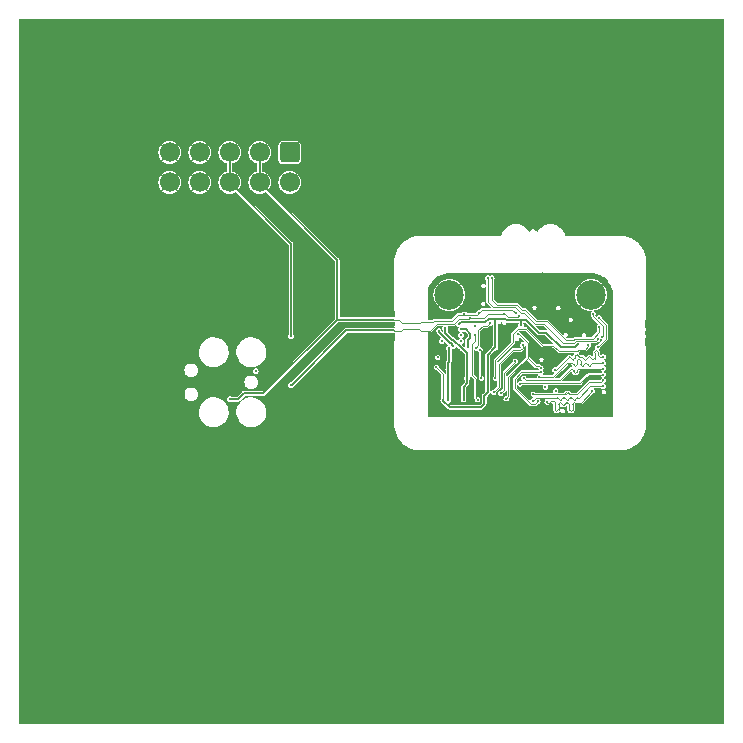
<source format=gbr>
%TF.GenerationSoftware,KiCad,Pcbnew,7.0.6*%
%TF.CreationDate,2023-09-10T10:28:08-04:00*%
%TF.ProjectId,headstage-neuropix1e,68656164-7374-4616-9765-2d6e6575726f,B*%
%TF.SameCoordinates,Original*%
%TF.FileFunction,Copper,L3,Inr*%
%TF.FilePolarity,Positive*%
%FSLAX46Y46*%
G04 Gerber Fmt 4.6, Leading zero omitted, Abs format (unit mm)*
G04 Created by KiCad (PCBNEW 7.0.6) date 2023-09-10 10:28:08*
%MOMM*%
%LPD*%
G01*
G04 APERTURE LIST*
G04 Aperture macros list*
%AMRoundRect*
0 Rectangle with rounded corners*
0 $1 Rounding radius*
0 $2 $3 $4 $5 $6 $7 $8 $9 X,Y pos of 4 corners*
0 Add a 4 corners polygon primitive as box body*
4,1,4,$2,$3,$4,$5,$6,$7,$8,$9,$2,$3,0*
0 Add four circle primitives for the rounded corners*
1,1,$1+$1,$2,$3*
1,1,$1+$1,$4,$5*
1,1,$1+$1,$6,$7*
1,1,$1+$1,$8,$9*
0 Add four rect primitives between the rounded corners*
20,1,$1+$1,$2,$3,$4,$5,0*
20,1,$1+$1,$4,$5,$6,$7,0*
20,1,$1+$1,$6,$7,$8,$9,0*
20,1,$1+$1,$8,$9,$2,$3,0*%
G04 Aperture macros list end*
%TA.AperFunction,ComponentPad*%
%ADD10C,2.500000*%
%TD*%
%TA.AperFunction,ComponentPad*%
%ADD11RoundRect,0.250000X-0.600000X0.600000X-0.600000X-0.600000X0.600000X-0.600000X0.600000X0.600000X0*%
%TD*%
%TA.AperFunction,ComponentPad*%
%ADD12C,1.700000*%
%TD*%
%TA.AperFunction,ViaPad*%
%ADD13C,0.300000*%
%TD*%
%TA.AperFunction,ViaPad*%
%ADD14C,0.250000*%
%TD*%
%TA.AperFunction,Conductor*%
%ADD15C,0.100000*%
%TD*%
%TA.AperFunction,Conductor*%
%ADD16C,0.200000*%
%TD*%
G04 APERTURE END LIST*
D10*
%TO.N,GND*%
%TO.C,TP1*%
X136600000Y-88500000D03*
%TD*%
D11*
%TO.N,+4V*%
%TO.C,J3*%
X123080000Y-76447500D03*
D12*
X123080000Y-78987500D03*
%TO.N,/Neuropixels 1.0/SCL*%
X120540000Y-76447500D03*
X120540000Y-78987500D03*
%TO.N,/Neuropixels 1.0/SDA*%
X118000000Y-76447500D03*
X118000000Y-78987500D03*
%TO.N,GND*%
X115460000Y-76447500D03*
X115460000Y-78987500D03*
X112920000Y-76447500D03*
X112920000Y-78987500D03*
%TD*%
D10*
%TO.N,GND*%
%TO.C,TP2*%
X148600000Y-88500000D03*
%TD*%
D13*
%TO.N,GND*%
X104670000Y-77610000D03*
X152750000Y-106940000D03*
D14*
X146890000Y-88250000D03*
D13*
X144416061Y-81338202D03*
X130400000Y-83630000D03*
D14*
X150070000Y-89260000D03*
X134975500Y-91950000D03*
D13*
X135325000Y-95650000D03*
X156300000Y-121900000D03*
D14*
X141589976Y-93948889D03*
X145525000Y-93575000D03*
D13*
X144600000Y-98050000D03*
X129640000Y-110300000D03*
X135910000Y-93110000D03*
X144800000Y-92380500D03*
X137310000Y-95550000D03*
D14*
X147725000Y-93425000D03*
D13*
X135675000Y-98349500D03*
X106460000Y-93330000D03*
D14*
X146400000Y-93575000D03*
D13*
X137380000Y-106710000D03*
D14*
X144880000Y-90270000D03*
D13*
X144700000Y-87450000D03*
X135640000Y-73600000D03*
D14*
X147000000Y-89250000D03*
X146475000Y-95625000D03*
D13*
X138450000Y-96350000D03*
D14*
X139852646Y-91822900D03*
D13*
X141050000Y-87000000D03*
D14*
X145893399Y-95393399D03*
D13*
X150520000Y-80190000D03*
D14*
X146450000Y-89150000D03*
D13*
X138125000Y-89700000D03*
D14*
X139675000Y-93024500D03*
X147875000Y-95024500D03*
X138080000Y-87680000D03*
D13*
X155510000Y-95710000D03*
X138440000Y-97170000D03*
X106760000Y-112810000D03*
D14*
X140587782Y-93531725D03*
D13*
X149900000Y-98275000D03*
D14*
X147700000Y-95575000D03*
X144950000Y-93750000D03*
X148775000Y-95550000D03*
X136830000Y-91840000D03*
X141568020Y-92308292D03*
X142700000Y-97350000D03*
D13*
X136075000Y-94375000D03*
X126680000Y-71747500D03*
X135200000Y-89780000D03*
D14*
X148225000Y-93400000D03*
D13*
X156700000Y-69100000D03*
X155800000Y-87500000D03*
D14*
X148812583Y-92677855D03*
X144950000Y-93250000D03*
X146800000Y-90050000D03*
D13*
X140250000Y-96275000D03*
X143000000Y-87400000D03*
D14*
X142444101Y-92894101D03*
X145950000Y-90100000D03*
X145320000Y-89380000D03*
D13*
X139925000Y-97275000D03*
X135890000Y-90120000D03*
D14*
X143350000Y-95449544D03*
X148125000Y-90075000D03*
D13*
X139300000Y-96325000D03*
X107600000Y-104500000D03*
X147960000Y-98000000D03*
X146940000Y-87070000D03*
X103100000Y-122100000D03*
D14*
X145975000Y-93875000D03*
D13*
X145266637Y-78141210D03*
X149700000Y-89900000D03*
X144310000Y-91350000D03*
X143524500Y-93600000D03*
D14*
X146400000Y-90050000D03*
D13*
X137275000Y-97300000D03*
D14*
X138780000Y-94020000D03*
X140700000Y-97325000D03*
D13*
X136910000Y-80250000D03*
D14*
X138040500Y-91920000D03*
X141045930Y-93025998D03*
X143300899Y-91989101D03*
D13*
X145570000Y-87160000D03*
D14*
X144280000Y-90250000D03*
D13*
X105450000Y-70470000D03*
X137450000Y-96300000D03*
D14*
X144350000Y-93550000D03*
D13*
X143800000Y-86950000D03*
X117520000Y-69930000D03*
D14*
X141705068Y-94255068D03*
D13*
X145200000Y-72300000D03*
X154200000Y-101500000D03*
X135190000Y-96310000D03*
D14*
X141100000Y-91600000D03*
D13*
X103900000Y-84800000D03*
D14*
X147384557Y-89615443D03*
X146394101Y-94844101D03*
D13*
X128400000Y-101000000D03*
D14*
X143375000Y-96725000D03*
X136850000Y-94637500D03*
D13*
X139070000Y-86840000D03*
X114560000Y-86760000D03*
X137175000Y-93600000D03*
X137440000Y-86960000D03*
%TO.N,+1V8*%
X140474059Y-92959710D03*
X137422450Y-90971643D03*
X137590000Y-92420000D03*
X147500000Y-92700500D03*
D14*
X136067142Y-97428714D03*
D13*
X142662961Y-91089404D03*
D14*
X135505500Y-94637298D03*
%TO.N,+1.2VA*%
X137682500Y-93042500D03*
D13*
X138100000Y-95550000D03*
X136247871Y-91301612D03*
X137800000Y-97375000D03*
D14*
%TO.N,Net-(D1-K)*%
X149500500Y-92050000D03*
X148780000Y-90120000D03*
%TO.N,+1V2*%
X135617490Y-93803077D03*
D13*
X138162024Y-92939653D03*
X137590000Y-91420000D03*
D14*
%TO.N,+4V*%
X135711619Y-91548996D03*
D13*
X120200000Y-94945000D03*
X137590000Y-91920000D03*
X136930627Y-92829287D03*
X138730517Y-91170645D03*
D14*
%TO.N,/Neuropixels 1.0/CAL_SIGNAL*%
X138775500Y-91880000D03*
X139000000Y-97375000D03*
%TO.N,/Neuropixels 1.0/~{OSC_PDOWN}*%
X139200000Y-93165500D03*
X139300000Y-95550000D03*
%TO.N,/DC Tap & Regulation/VA_{EN}*%
X142793180Y-92745908D03*
X140350000Y-96750000D03*
%TO.N,/Neuropixels 1.0/NP_{~{MUXRST}}*%
X148378692Y-92725500D03*
X140500000Y-95550000D03*
%TO.N,/Neuropixels 1.0/SDA*%
X138314130Y-90444500D03*
X142476943Y-90310000D03*
X141250000Y-90099500D03*
D13*
X123200000Y-92000000D03*
D14*
X140942803Y-96836569D03*
X142184398Y-94124491D03*
D13*
X123210000Y-96120000D03*
%TO.N,/Neuropixels 1.0/SCL*%
X118000000Y-97340000D03*
D14*
X144349969Y-94699697D03*
X142218903Y-90074274D03*
X141400000Y-97300000D03*
X137875000Y-90135500D03*
X142450000Y-91850000D03*
X139104500Y-90040000D03*
%TO.N,/Neuropixels 1.0/SYNC*%
X145600000Y-96625500D03*
%TO.N,/Neuropixels 1.0/D6*%
X142575000Y-96050498D03*
X149625500Y-95250001D03*
%TO.N,/Neuropixels 1.0/D5*%
X142900000Y-95550000D03*
X149625500Y-94750000D03*
%TO.N,/Neuropixels 1.0/D4*%
X149625500Y-95750000D03*
X143712965Y-96920216D03*
%TO.N,/Neuropixels 1.0/D3*%
X143649096Y-97476203D03*
X149625000Y-96250000D03*
%TO.N,/Neuropixels 1.0/D2*%
X144225000Y-95449044D03*
X149625500Y-94250000D03*
%TO.N,/Neuropixels 1.0/D1*%
X149625500Y-93750000D03*
X145525000Y-94850000D03*
%TO.N,/Neuropixels 1.0/D0*%
X144875000Y-97600000D03*
X148700000Y-96625000D03*
%TO.N,/Neuropixels 1.0/PCLK*%
X144099236Y-97532281D03*
X144350400Y-95049199D03*
%TO.N,/Perpherials/GPIO0*%
X139850000Y-87050000D03*
X149150000Y-92250000D03*
%TO.N,/Perpherials/GPIO1*%
X149288276Y-91232529D03*
X140200000Y-87050000D03*
%TO.N,Net-(R12-Pad1)*%
X140026596Y-90901397D03*
X138825000Y-93000000D03*
%TO.N,Net-(U5-GPIO3{slash}CLKIN)*%
X149151002Y-92950500D03*
X149290000Y-90430000D03*
D13*
%TO.N,+1.8VA*%
X136515035Y-94804982D03*
X136579094Y-93019094D03*
X135950000Y-92390000D03*
X136509592Y-97426502D03*
D14*
%TO.N,/Neuropixels 1.0/DCLK*%
X144719101Y-96305899D03*
%TD*%
D15*
%TO.N,+1V8*%
X136067142Y-95198940D02*
X135505500Y-94637298D01*
D16*
X139542310Y-97067310D02*
X139542310Y-97732690D01*
X146015000Y-92940000D02*
X144795000Y-91720000D01*
X139629355Y-90820645D02*
X139927062Y-90522938D01*
X142660000Y-91086443D02*
X142662961Y-91089404D01*
X142660000Y-90650000D02*
X142660000Y-91086443D01*
X140419500Y-93000500D02*
X139850000Y-93570000D01*
X136613115Y-98025000D02*
X136067142Y-97479027D01*
D15*
X136067142Y-97428714D02*
X136067142Y-95198940D01*
D16*
X139850000Y-96759620D02*
X139542310Y-97067310D01*
X143100000Y-90650000D02*
X142660000Y-90650000D01*
X144170000Y-91720000D02*
X143100000Y-90650000D01*
X147500000Y-92700500D02*
X147260500Y-92940000D01*
X139850000Y-93570000D02*
X139850000Y-96759620D01*
X140474059Y-92959710D02*
X140474059Y-90528879D01*
X137573448Y-90820645D02*
X139629355Y-90820645D01*
X140474059Y-90528879D02*
X140480000Y-90522938D01*
X141450000Y-90650000D02*
X142660000Y-90650000D01*
X136067142Y-97479027D02*
X136067142Y-97428714D01*
X147260500Y-92940000D02*
X146015000Y-92940000D01*
X139250000Y-98025000D02*
X136613115Y-98025000D01*
X137422450Y-90971643D02*
X137573448Y-90820645D01*
X139927062Y-90522938D02*
X140480000Y-90522938D01*
X140480000Y-90522938D02*
X141322938Y-90522938D01*
X141322938Y-90522938D02*
X141450000Y-90650000D01*
X139542310Y-97732690D02*
X139250000Y-98025000D01*
X144795000Y-91720000D02*
X144170000Y-91720000D01*
%TO.N,+1.2VA*%
X138100000Y-95983727D02*
X138100000Y-93460000D01*
X136810500Y-92300500D02*
X136940500Y-92300500D01*
X136940500Y-92300500D02*
X137682500Y-93042500D01*
X136247871Y-91737871D02*
X136810500Y-92300500D01*
X137800000Y-96283727D02*
X138100000Y-95983727D01*
X138100000Y-93460000D02*
X137682500Y-93042500D01*
X136247871Y-91301612D02*
X136247871Y-91737871D01*
X137800000Y-97375000D02*
X137800000Y-96283727D01*
D15*
%TO.N,Net-(D1-K)*%
X148780000Y-90320000D02*
X149570000Y-91110000D01*
X149570000Y-91980500D02*
X149500500Y-92050000D01*
X149570000Y-91110000D02*
X149570000Y-91980500D01*
X148780000Y-90120000D02*
X148780000Y-90320000D01*
D16*
%TO.N,+1V2*%
X138000120Y-91420000D02*
X137590000Y-91420000D01*
X138152488Y-92352488D02*
X138365500Y-92139475D01*
X138365500Y-91785380D02*
X138000120Y-91420000D01*
X138162024Y-92939653D02*
X138152488Y-92930117D01*
X138152488Y-92930117D02*
X138152488Y-92352488D01*
X138365500Y-92139475D02*
X138365500Y-91785380D01*
%TO.N,+4V*%
X135711619Y-91656644D02*
X135711619Y-91548996D01*
X136655475Y-92600500D02*
X135711619Y-91656644D01*
X136701840Y-92600500D02*
X136655475Y-92600500D01*
X136930627Y-92829287D02*
X136701840Y-92600500D01*
D15*
%TO.N,/Neuropixels 1.0/CAL_SIGNAL*%
X138505000Y-95295000D02*
X138505000Y-92695500D01*
X138750500Y-92450000D02*
X138750500Y-91905000D01*
X138825000Y-97200000D02*
X138825000Y-95615000D01*
X139000000Y-97375000D02*
X138825000Y-97200000D01*
X138505000Y-92695500D02*
X138750500Y-92450000D01*
X138825000Y-95615000D02*
X138505000Y-95295000D01*
X138750500Y-91905000D02*
X138775500Y-91880000D01*
%TO.N,/Neuropixels 1.0/~{OSC_PDOWN}*%
X139250000Y-95500000D02*
X139250000Y-93215500D01*
X139300000Y-95550000D02*
X139250000Y-95500000D01*
X139250000Y-93215500D02*
X139200000Y-93165500D01*
%TO.N,/DC Tap & Regulation/VA_{EN}*%
X142620000Y-93180000D02*
X141945000Y-93180000D01*
X141945000Y-93180000D02*
X140800000Y-94325000D01*
X140800000Y-96300000D02*
X140350000Y-96750000D01*
X140800000Y-94325000D02*
X140800000Y-96300000D01*
X142793180Y-93006820D02*
X142620000Y-93180000D01*
X142793180Y-92745908D02*
X142793180Y-93006820D01*
%TO.N,/Neuropixels 1.0/NP_{~{MUXRST}}*%
X140500000Y-94025000D02*
X142000000Y-92525000D01*
X145900000Y-93300000D02*
X147425735Y-93300000D01*
X142400000Y-91400000D02*
X143100000Y-91400000D01*
X142000000Y-91800000D02*
X142400000Y-91400000D01*
X140500000Y-95550000D02*
X140500000Y-94025000D01*
X148378692Y-92821308D02*
X148378692Y-92725500D01*
X143100000Y-91400000D02*
X144500000Y-92800000D01*
X142000000Y-92525000D02*
X142000000Y-91800000D01*
X144500000Y-92800000D02*
X145400000Y-92800000D01*
X147425735Y-93300000D02*
X147575735Y-93150000D01*
X147575735Y-93150000D02*
X148050000Y-93150000D01*
X145400000Y-92800000D02*
X145900000Y-93300000D01*
X148050000Y-93150000D02*
X148378692Y-92821308D01*
D16*
%TO.N,/Neuropixels 1.0/SDA*%
X118000000Y-76447500D02*
X118000000Y-78987500D01*
X123210000Y-96120000D02*
X123240000Y-96120000D01*
D15*
X138314130Y-90444500D02*
X139505500Y-90444500D01*
X137380000Y-90570000D02*
X138188630Y-90570000D01*
D16*
X118000000Y-78987500D02*
X123200000Y-84187500D01*
D15*
X138188630Y-90570000D02*
X138314130Y-90444500D01*
D16*
X123240000Y-96120000D02*
X127860000Y-91500000D01*
D15*
X142184398Y-94124491D02*
X142184398Y-94163940D01*
X135530000Y-90970000D02*
X136980000Y-90970000D01*
X131927995Y-91527995D02*
X132545524Y-91527995D01*
X134968494Y-91531506D02*
X135530000Y-90970000D01*
X134171506Y-91531506D02*
X134968494Y-91531506D01*
X142476943Y-90310000D02*
X142436943Y-90350000D01*
X142436943Y-90350000D02*
X141600000Y-90350000D01*
X132545524Y-91527995D02*
X132703519Y-91370000D01*
D16*
X123200000Y-84187500D02*
X123200000Y-92000000D01*
D15*
X131900000Y-91500000D02*
X131927995Y-91527995D01*
X141600000Y-90350000D02*
X141349500Y-90099500D01*
X141349500Y-90099500D02*
X141250000Y-90099500D01*
X139850500Y-90099500D02*
X141250000Y-90099500D01*
X132703519Y-91370000D02*
X134010000Y-91370000D01*
X141250000Y-96529372D02*
X140942803Y-96836569D01*
X139505500Y-90444500D02*
X139850500Y-90099500D01*
X142184398Y-94163940D02*
X141250000Y-95098338D01*
D16*
X127860000Y-91500000D02*
X131900000Y-91500000D01*
D15*
X141250000Y-95098338D02*
X141250000Y-96529372D01*
X136980000Y-90970000D02*
X137380000Y-90570000D01*
X134010000Y-91370000D02*
X134171506Y-91531506D01*
%TO.N,/Neuropixels 1.0/SCL*%
X136820000Y-90680000D02*
X135270000Y-90680000D01*
X138974500Y-90170000D02*
X137710000Y-90170000D01*
X135185918Y-90764082D02*
X135270000Y-90680000D01*
X143225000Y-93825000D02*
X143225000Y-92575000D01*
X139104500Y-90040000D02*
X139354500Y-89790000D01*
X139354500Y-89790000D02*
X141934629Y-89790000D01*
D16*
X131900000Y-90600000D02*
X127100000Y-90600000D01*
D15*
X144175272Y-94525000D02*
X143925000Y-94525000D01*
X144349969Y-94699697D02*
X144175272Y-94525000D01*
X143225000Y-93825000D02*
X141600000Y-95450000D01*
D16*
X127100000Y-85547500D02*
X127100000Y-90600000D01*
D15*
X137726193Y-90153807D02*
X137710000Y-90170000D01*
X142500000Y-91850000D02*
X142450000Y-91850000D01*
D16*
X127100000Y-90600000D02*
X120860000Y-96840000D01*
X120540000Y-78987500D02*
X127100000Y-85547500D01*
X119200000Y-96840000D02*
X118700000Y-97340000D01*
D15*
X137330000Y-90170000D02*
X136820000Y-90680000D01*
X143925000Y-94525000D02*
X143225000Y-93825000D01*
X131900000Y-90600000D02*
X132323277Y-90600000D01*
D16*
X120860000Y-96840000D02*
X119200000Y-96840000D01*
D15*
X141600000Y-95450000D02*
X141600000Y-97100000D01*
X132603277Y-90880000D02*
X134090000Y-90880000D01*
X134090000Y-90880000D02*
X134205918Y-90764082D01*
D16*
X120540000Y-76447500D02*
X120540000Y-78987500D01*
D15*
X143225000Y-92575000D02*
X142500000Y-91850000D01*
X141600000Y-97100000D02*
X141400000Y-97300000D01*
X132323277Y-90600000D02*
X132603277Y-90880000D01*
X139104500Y-90040000D02*
X138974500Y-90170000D01*
X141934629Y-89790000D02*
X142218903Y-90074274D01*
X137710000Y-90170000D02*
X137330000Y-90170000D01*
D16*
X118000000Y-97340000D02*
X118700000Y-97340000D01*
D15*
X134205918Y-90764082D02*
X135185918Y-90764082D01*
%TO.N,/Neuropixels 1.0/D6*%
X147688909Y-95975000D02*
X148413908Y-95250001D01*
X148413908Y-95250001D02*
X149625500Y-95250001D01*
X142575000Y-96050498D02*
X142650498Y-95975000D01*
X142650498Y-95975000D02*
X147688909Y-95975000D01*
%TO.N,/Neuropixels 1.0/D5*%
X143074044Y-95724044D02*
X145950956Y-95724044D01*
X142900000Y-95550000D02*
X143074044Y-95724044D01*
X147575000Y-94750000D02*
X149625500Y-94750000D01*
X145950956Y-95724044D02*
X146925000Y-94750000D01*
X147125000Y-94900000D02*
X147125000Y-95000781D01*
X146925000Y-94750000D02*
X146975000Y-94750000D01*
X147425000Y-95000781D02*
X147425000Y-94900000D01*
X147275000Y-95150800D02*
G75*
G03*
X147425000Y-95000781I0J150000D01*
G01*
X147575000Y-94750000D02*
G75*
G03*
X147425000Y-94900000I0J-150000D01*
G01*
X147125019Y-95000781D02*
G75*
G03*
X147275000Y-95150781I149981J-19D01*
G01*
X147125000Y-94900000D02*
G75*
G03*
X146975000Y-94750000I-150000J0D01*
G01*
%TO.N,/Neuropixels 1.0/D4*%
X149625500Y-95750000D02*
X149475500Y-95900000D01*
X146693352Y-96794349D02*
X146525000Y-96794349D01*
X146759176Y-96860174D02*
X146759176Y-96860173D01*
X149475500Y-95900000D02*
X148450000Y-95900000D01*
X146393352Y-96925998D02*
X143718747Y-96925998D01*
X147424002Y-96925998D02*
X146825000Y-96925998D01*
X143718747Y-96925998D02*
X143712965Y-96920216D01*
X148450000Y-95900000D02*
X147424002Y-96925998D01*
X146459176Y-96860173D02*
X146459176Y-96860174D01*
X146525000Y-96794376D02*
G75*
G03*
X146459176Y-96860173I0J-65824D01*
G01*
X146393352Y-96925976D02*
G75*
G03*
X146459176Y-96860174I48J65776D01*
G01*
X146759251Y-96860173D02*
G75*
G03*
X146693352Y-96794349I-65851J-27D01*
G01*
X146759202Y-96860174D02*
G75*
G03*
X146825000Y-96925998I65798J-26D01*
G01*
%TO.N,/Neuropixels 1.0/D3*%
X147425000Y-97200000D02*
X147525000Y-97200000D01*
X147525000Y-97200000D02*
X147575000Y-97200000D01*
X145925000Y-97400000D02*
X146025000Y-97400000D01*
X143925299Y-97200000D02*
X145725000Y-97200000D01*
X146525000Y-97400000D02*
X146625000Y-97400000D01*
X148525000Y-96250000D02*
X149625000Y-96250000D01*
X147575000Y-97200000D02*
X148525000Y-96250000D01*
X146225000Y-97200000D02*
X146325000Y-97200000D01*
X146825000Y-97200000D02*
X146925000Y-97200000D01*
X147125000Y-97400000D02*
X147225000Y-97400000D01*
X143649096Y-97476203D02*
X143925299Y-97200000D01*
X146625000Y-97400000D02*
G75*
G03*
X146725000Y-97300000I0J100000D01*
G01*
X145825000Y-97300000D02*
G75*
G03*
X145925000Y-97400000I100000J0D01*
G01*
X147025000Y-97300000D02*
G75*
G03*
X146925000Y-97200000I-100000J0D01*
G01*
X146425000Y-97300000D02*
G75*
G03*
X146525000Y-97400000I100000J0D01*
G01*
X146025000Y-97400000D02*
G75*
G03*
X146125000Y-97300000I0J100000D01*
G01*
X147225000Y-97400000D02*
G75*
G03*
X147325000Y-97300000I0J100000D01*
G01*
X147425000Y-97200000D02*
G75*
G03*
X147325000Y-97300000I0J-100000D01*
G01*
X145825000Y-97300000D02*
G75*
G03*
X145725000Y-97200000I-100000J0D01*
G01*
X147025000Y-97300000D02*
G75*
G03*
X147125000Y-97400000I100000J0D01*
G01*
X146425000Y-97300000D02*
G75*
G03*
X146325000Y-97200000I-100000J0D01*
G01*
X146825000Y-97200000D02*
G75*
G03*
X146725000Y-97300000I0J-100000D01*
G01*
X146225000Y-97200000D02*
G75*
G03*
X146125000Y-97300000I0J-100000D01*
G01*
%TO.N,/Neuropixels 1.0/D2*%
X146600000Y-94250000D02*
X146975000Y-94250000D01*
X145400956Y-95449044D02*
X146600000Y-94250000D01*
X144225000Y-95449044D02*
X145400956Y-95449044D01*
X148025000Y-94399536D02*
X148025000Y-94399535D01*
X147874535Y-94549071D02*
X147875465Y-94549071D01*
X147574596Y-93950807D02*
X147575404Y-93950807D01*
X147725000Y-94100403D02*
X147725000Y-94399536D01*
X148174535Y-94250000D02*
X148175000Y-94250000D01*
X148624475Y-94399476D02*
X148624475Y-94399475D01*
X147274070Y-94549071D02*
X147275465Y-94549071D01*
X148324475Y-94399475D02*
X148324475Y-94399476D01*
X147425000Y-94399536D02*
X147425000Y-94100403D01*
X148773950Y-94250000D02*
X149625500Y-94250000D01*
X148473950Y-94548951D02*
X148475000Y-94548951D01*
X147124535Y-94399535D02*
X147124535Y-94399536D01*
X147124500Y-94399535D02*
G75*
G03*
X146975000Y-94250000I-149500J35D01*
G01*
X147724993Y-94100403D02*
G75*
G03*
X147575404Y-93950807I-149593J3D01*
G01*
X147724929Y-94399536D02*
G75*
G03*
X147874535Y-94549071I149571J36D01*
G01*
X148773950Y-94250075D02*
G75*
G03*
X148624475Y-94399475I-50J-149425D01*
G01*
X147574596Y-93950800D02*
G75*
G03*
X147425000Y-94100403I4J-149600D01*
G01*
X147275465Y-94549000D02*
G75*
G03*
X147425000Y-94399536I35J149500D01*
G01*
X148475000Y-94548975D02*
G75*
G03*
X148624475Y-94399476I0J149475D01*
G01*
X147124529Y-94399536D02*
G75*
G03*
X147274070Y-94549071I149571J36D01*
G01*
X147875465Y-94549000D02*
G75*
G03*
X148025000Y-94399536I35J149500D01*
G01*
X148324500Y-94399475D02*
G75*
G03*
X148175000Y-94250000I-149500J-25D01*
G01*
X148174535Y-94250000D02*
G75*
G03*
X148025000Y-94399535I-35J-149500D01*
G01*
X148324449Y-94399476D02*
G75*
G03*
X148473950Y-94548951I149451J-24D01*
G01*
%TO.N,/Neuropixels 1.0/D1*%
X149200000Y-93400000D02*
X149200000Y-93600000D01*
X147039256Y-94014257D02*
X147092872Y-94014257D01*
X147225000Y-93882129D02*
X147225000Y-93882128D01*
X148900000Y-93900000D02*
X148900000Y-93400000D01*
X145525000Y-94850000D02*
X145600000Y-94850000D01*
X147307128Y-93585743D02*
X147442872Y-93585743D01*
X147607128Y-93750000D02*
X147850000Y-93750000D01*
X146700000Y-93750000D02*
X146775000Y-93750000D01*
X145600000Y-94850000D02*
X146700000Y-93750000D01*
X147525000Y-93667871D02*
X147525000Y-93667872D01*
X146907128Y-93882128D02*
X146907128Y-93882129D01*
X149350000Y-93750000D02*
X149625500Y-93750000D01*
X147225000Y-93882128D02*
X147225000Y-93667871D01*
X148600000Y-93900000D02*
G75*
G03*
X148450000Y-93750000I-150000J0D01*
G01*
X146907100Y-93882128D02*
G75*
G03*
X146775000Y-93750000I-132100J28D01*
G01*
X148450000Y-93750000D02*
G75*
G03*
X148300000Y-93900000I0J-150000D01*
G01*
X149050000Y-93250000D02*
G75*
G03*
X148900000Y-93400000I0J-150000D01*
G01*
X147307128Y-93585800D02*
G75*
G03*
X147225000Y-93667871I-28J-82100D01*
G01*
X149200000Y-93400000D02*
G75*
G03*
X149050000Y-93250000I-150000J0D01*
G01*
X148000000Y-93900000D02*
G75*
G03*
X147850000Y-93750000I-150000J0D01*
G01*
X147525057Y-93667871D02*
G75*
G03*
X147442872Y-93585743I-82157J-29D01*
G01*
X147525000Y-93667872D02*
G75*
G03*
X147607128Y-93750000I82100J-28D01*
G01*
X149200000Y-93600000D02*
G75*
G03*
X149350000Y-93750000I150000J0D01*
G01*
X148600000Y-93900000D02*
G75*
G03*
X148750000Y-94050000I150000J0D01*
G01*
X148000000Y-93900000D02*
G75*
G03*
X148150000Y-94050000I150000J0D01*
G01*
X147092872Y-94014200D02*
G75*
G03*
X147225000Y-93882129I28J132100D01*
G01*
X148750000Y-94050000D02*
G75*
G03*
X148900000Y-93900000I0J150000D01*
G01*
X146907143Y-93882129D02*
G75*
G03*
X147039256Y-94014257I132157J29D01*
G01*
X148150000Y-94050000D02*
G75*
G03*
X148300000Y-93900000I0J150000D01*
G01*
%TO.N,/Neuropixels 1.0/D0*%
X147050000Y-98229260D02*
X147050000Y-97779090D01*
X146512648Y-97629090D02*
X146600000Y-97629090D01*
X147745910Y-97629090D02*
X148700000Y-96675000D01*
X144875000Y-97600000D02*
X144905361Y-97630361D01*
X145250000Y-97529090D02*
X145500000Y-97529090D01*
X145550000Y-97579090D02*
X145550000Y-97629090D01*
X147200000Y-97629090D02*
X147745910Y-97629090D01*
X146406324Y-97735415D02*
X146406324Y-97735414D01*
X145850000Y-98229246D02*
X145850000Y-97779090D01*
X148700000Y-96675000D02*
X148700000Y-96625000D01*
X146106324Y-97735414D02*
X146106324Y-97735415D01*
X145550000Y-97629090D02*
X145550000Y-98229246D01*
X146212648Y-97841739D02*
X146300000Y-97841739D01*
X144905361Y-97630361D02*
X145171236Y-97630361D01*
X146750000Y-97779090D02*
X146750000Y-98229260D01*
X145171254Y-97630385D02*
G75*
G03*
X145200000Y-97579090I-43154J57885D01*
G01*
X147200000Y-97629100D02*
G75*
G03*
X147050000Y-97779090I0J-150000D01*
G01*
X145700000Y-98379200D02*
G75*
G03*
X145850000Y-98229246I0J150000D01*
G01*
X146750010Y-97779090D02*
G75*
G03*
X146600000Y-97629090I-150010J-10D01*
G01*
X145550010Y-97579090D02*
G75*
G03*
X145500000Y-97529090I-50010J-10D01*
G01*
X146106261Y-97735415D02*
G75*
G03*
X146212648Y-97841739I106339J15D01*
G01*
X146300000Y-97841724D02*
G75*
G03*
X146406324Y-97735415I0J106324D01*
G01*
X146512648Y-97629124D02*
G75*
G03*
X146406324Y-97735414I-48J-106276D01*
G01*
X146000000Y-97629100D02*
G75*
G03*
X145850000Y-97779090I0J-150000D01*
G01*
X146750040Y-98229260D02*
G75*
G03*
X146900000Y-98379260I149960J-40D01*
G01*
X145250000Y-97529100D02*
G75*
G03*
X145200000Y-97579090I0J-50000D01*
G01*
X146106310Y-97735414D02*
G75*
G03*
X146000000Y-97629090I-106310J14D01*
G01*
X146900000Y-98379300D02*
G75*
G03*
X147050000Y-98229260I0J150000D01*
G01*
X145549954Y-98229246D02*
G75*
G03*
X145700000Y-98379246I150046J46D01*
G01*
%TO.N,/Neuropixels 1.0/PCLK*%
X143490111Y-97751203D02*
X143880314Y-97751203D01*
X142150000Y-96411092D02*
X143490111Y-97751203D01*
X142700801Y-95049199D02*
X142150000Y-95600000D01*
X144350400Y-95049199D02*
X142700801Y-95049199D01*
X142150000Y-95600000D02*
X142150000Y-96411092D01*
X143880314Y-97751203D02*
X144099236Y-97532281D01*
%TO.N,/Perpherials/GPIO0*%
X148999500Y-92400500D02*
X149150000Y-92250000D01*
X139850000Y-89100000D02*
X140320000Y-89570000D01*
X147150000Y-92600000D02*
X147349500Y-92400500D01*
X146203554Y-92600000D02*
X147150000Y-92600000D01*
X147349500Y-92400500D02*
X148999500Y-92400500D01*
X143850000Y-91000000D02*
X144603554Y-91000000D01*
X144603554Y-91000000D02*
X146203554Y-92600000D01*
X140320000Y-89570000D02*
X142150000Y-89570000D01*
X139850000Y-87050000D02*
X139850000Y-89100000D01*
X142900000Y-90050000D02*
X143850000Y-91000000D01*
X142150000Y-89570000D02*
X142630000Y-90050000D01*
X142630000Y-90050000D02*
X142900000Y-90050000D01*
%TO.N,/Perpherials/GPIO1*%
X140650000Y-89350000D02*
X140200000Y-88900000D01*
X142290000Y-89350000D02*
X140650000Y-89350000D01*
X144850000Y-90750000D02*
X143960000Y-90750000D01*
X140200000Y-88900000D02*
X140200000Y-87050000D01*
X148729500Y-92200500D02*
X147199500Y-92200500D01*
X143010000Y-89800000D02*
X142740000Y-89800000D01*
X142740000Y-89800000D02*
X142290000Y-89350000D01*
X147199500Y-92200500D02*
X147050000Y-92350000D01*
X143960000Y-90750000D02*
X143010000Y-89800000D01*
X147050000Y-92350000D02*
X146450000Y-92350000D01*
X146450000Y-92350000D02*
X144850000Y-90750000D01*
X149288276Y-91641724D02*
X148729500Y-92200500D01*
X149288276Y-91232529D02*
X149288276Y-91641724D01*
%TO.N,Net-(R12-Pad1)*%
X139050000Y-91490000D02*
X139411004Y-91128996D01*
X138825000Y-93000000D02*
X139050000Y-92775000D01*
X139411004Y-91128996D02*
X139798996Y-91128996D01*
X139798996Y-91128996D02*
X140026596Y-90901397D01*
X139050000Y-92775000D02*
X139050000Y-91490000D01*
%TO.N,Net-(U5-GPIO3{slash}CLKIN)*%
X149900000Y-91040000D02*
X149900000Y-92201502D01*
X149900000Y-92201502D02*
X149151002Y-92950500D01*
X149290000Y-90430000D02*
X149900000Y-91040000D01*
D16*
%TO.N,+1.8VA*%
X136509592Y-94249592D02*
X136509592Y-97426502D01*
X136579094Y-93019094D02*
X136579094Y-94180090D01*
X136579094Y-94180090D02*
X136509592Y-94249592D01*
%TD*%
%TA.AperFunction,Conductor*%
%TO.N,GND*%
G36*
X144517752Y-86582952D02*
G01*
X144601918Y-86617816D01*
X144766233Y-86650500D01*
X144830186Y-86650500D01*
X148565649Y-86650500D01*
X148599199Y-86650500D01*
X148600784Y-86650551D01*
X148839807Y-86666218D01*
X148842983Y-86666636D01*
X149077125Y-86713209D01*
X149080200Y-86714034D01*
X149306253Y-86790769D01*
X149309216Y-86791997D01*
X149401656Y-86837583D01*
X149523313Y-86897577D01*
X149526083Y-86899176D01*
X149620126Y-86962014D01*
X149724568Y-87031800D01*
X149727110Y-87033751D01*
X149906590Y-87191150D01*
X149908849Y-87193409D01*
X150025477Y-87326398D01*
X150066246Y-87372886D01*
X150068199Y-87375431D01*
X150200820Y-87573912D01*
X150202424Y-87576690D01*
X150308002Y-87790783D01*
X150309230Y-87793746D01*
X150385965Y-88019799D01*
X150386792Y-88022884D01*
X150416557Y-88172523D01*
X150433362Y-88257011D01*
X150433781Y-88260191D01*
X150440974Y-88369919D01*
X150449448Y-88499215D01*
X150449500Y-88500800D01*
X150449500Y-90265649D01*
X150449500Y-90300000D01*
X150449500Y-90400656D01*
X150449501Y-90400661D01*
X150449687Y-90402788D01*
X150449563Y-90402798D01*
X150450000Y-90407778D01*
X150450000Y-93012222D01*
X150449564Y-93017204D01*
X150449686Y-93017215D01*
X150449500Y-93019340D01*
X150449500Y-98800500D01*
X150435148Y-98835148D01*
X150400500Y-98849500D01*
X143919340Y-98849500D01*
X143917215Y-98849686D01*
X143917204Y-98849564D01*
X143912222Y-98850000D01*
X140107778Y-98850000D01*
X140102795Y-98849564D01*
X140102785Y-98849686D01*
X140100660Y-98849500D01*
X140100656Y-98849500D01*
X140019814Y-98849500D01*
X134799500Y-98849500D01*
X134764852Y-98835148D01*
X134750500Y-98800500D01*
X134750500Y-93803077D01*
X135387572Y-93803077D01*
X135405073Y-93891063D01*
X135454912Y-93965654D01*
X135487316Y-93987305D01*
X135529504Y-94015494D01*
X135617490Y-94032995D01*
X135705476Y-94015494D01*
X135780067Y-93965654D01*
X135829907Y-93891063D01*
X135847408Y-93803077D01*
X135829907Y-93715091D01*
X135801178Y-93672095D01*
X135780067Y-93640499D01*
X135705476Y-93590660D01*
X135689197Y-93587422D01*
X135617490Y-93573159D01*
X135617489Y-93573159D01*
X135529503Y-93590660D01*
X135454912Y-93640499D01*
X135405073Y-93715090D01*
X135387572Y-93803077D01*
X134750500Y-93803077D01*
X134750500Y-92499340D01*
X134750314Y-92497215D01*
X134750435Y-92497204D01*
X134750000Y-92492222D01*
X134750000Y-91731006D01*
X134764352Y-91696358D01*
X134799000Y-91682006D01*
X135008821Y-91682006D01*
X135020995Y-91674975D01*
X135032813Y-91670080D01*
X135046398Y-91666441D01*
X135103429Y-91609411D01*
X135103429Y-91609409D01*
X135110318Y-91602521D01*
X135110320Y-91602517D01*
X135577986Y-91134852D01*
X135612635Y-91120500D01*
X135975940Y-91120500D01*
X136010588Y-91134852D01*
X136024940Y-91169500D01*
X136016682Y-91196722D01*
X136011904Y-91203872D01*
X135992463Y-91301610D01*
X135992463Y-91301613D01*
X136011904Y-91399350D01*
X136011904Y-91399351D01*
X136011905Y-91399352D01*
X136039113Y-91440072D01*
X136047371Y-91467294D01*
X136047371Y-91590550D01*
X136033019Y-91625198D01*
X135998371Y-91639550D01*
X135963724Y-91625200D01*
X135958041Y-91619517D01*
X135951094Y-91612570D01*
X135936742Y-91577924D01*
X135937682Y-91568372D01*
X135941537Y-91548996D01*
X135924036Y-91461010D01*
X135882838Y-91399352D01*
X135874196Y-91386418D01*
X135799605Y-91336579D01*
X135711619Y-91319078D01*
X135623632Y-91336579D01*
X135549041Y-91386418D01*
X135499202Y-91461009D01*
X135482593Y-91544513D01*
X135481701Y-91548996D01*
X135497559Y-91628721D01*
X135499202Y-91636982D01*
X135502729Y-91642260D01*
X135510678Y-91663985D01*
X135510964Y-91666523D01*
X135511119Y-91669274D01*
X135511119Y-91679234D01*
X135512501Y-91685290D01*
X135513334Y-91688940D01*
X135513794Y-91691650D01*
X135517502Y-91724566D01*
X135517504Y-91724570D01*
X135519296Y-91727422D01*
X135525578Y-91742588D01*
X135526328Y-91745874D01*
X135546982Y-91771774D01*
X135548572Y-91774014D01*
X135553870Y-91782443D01*
X135553871Y-91782445D01*
X135560908Y-91789482D01*
X135562730Y-91791520D01*
X135576594Y-91808904D01*
X135583396Y-91817433D01*
X135586428Y-91818893D01*
X135599820Y-91828394D01*
X135853921Y-92082495D01*
X135868273Y-92117143D01*
X135853921Y-92151791D01*
X135846496Y-92157885D01*
X135769397Y-92209399D01*
X135714033Y-92292260D01*
X135694592Y-92389998D01*
X135694592Y-92390001D01*
X135714033Y-92487739D01*
X135769398Y-92570601D01*
X135852260Y-92625966D01*
X135949998Y-92645408D01*
X135950000Y-92645408D01*
X135950002Y-92645408D01*
X136016732Y-92632134D01*
X136047740Y-92625966D01*
X136130601Y-92570601D01*
X136182116Y-92493501D01*
X136213295Y-92472668D01*
X136250078Y-92479983D01*
X136257504Y-92486078D01*
X136483015Y-92711589D01*
X136497367Y-92746237D01*
X136483015Y-92780885D01*
X136475590Y-92786979D01*
X136398491Y-92838493D01*
X136343127Y-92921354D01*
X136323686Y-93019092D01*
X136323686Y-93019095D01*
X136343127Y-93116832D01*
X136343127Y-93116833D01*
X136343128Y-93116834D01*
X136370336Y-93157554D01*
X136378594Y-93184776D01*
X136378594Y-94075135D01*
X136367902Y-94105689D01*
X136360709Y-94114706D01*
X136358879Y-94116754D01*
X136351850Y-94123782D01*
X136351842Y-94123793D01*
X136346548Y-94132217D01*
X136344959Y-94134456D01*
X136331471Y-94151371D01*
X136325242Y-94159183D01*
X136324303Y-94160360D01*
X136324301Y-94160363D01*
X136323550Y-94163654D01*
X136317273Y-94178806D01*
X136315476Y-94181665D01*
X136315475Y-94181667D01*
X136311766Y-94214586D01*
X136311306Y-94217293D01*
X136309092Y-94226999D01*
X136309092Y-94236960D01*
X136308938Y-94239704D01*
X136305229Y-94272619D01*
X136306341Y-94275794D01*
X136309092Y-94291980D01*
X136309092Y-94647445D01*
X136300834Y-94674667D01*
X136279068Y-94707242D01*
X136259627Y-94804980D01*
X136259627Y-94804983D01*
X136279068Y-94902720D01*
X136279068Y-94902721D01*
X136279069Y-94902722D01*
X136300834Y-94935296D01*
X136309092Y-94962518D01*
X136309092Y-95134138D01*
X136294740Y-95168786D01*
X136260092Y-95183138D01*
X136225444Y-95168786D01*
X136217659Y-95158642D01*
X136212720Y-95150089D01*
X136210610Y-95146434D01*
X136205715Y-95134618D01*
X136202077Y-95121036D01*
X136145047Y-95064005D01*
X136145045Y-95064004D01*
X136142253Y-95061212D01*
X136142253Y-95061211D01*
X136142250Y-95061209D01*
X135749770Y-94668728D01*
X135738532Y-94641599D01*
X135736359Y-94642032D01*
X135735417Y-94637299D01*
X135735418Y-94637298D01*
X135717917Y-94549312D01*
X135691356Y-94509560D01*
X135668077Y-94474720D01*
X135593486Y-94424881D01*
X135543065Y-94414852D01*
X135505500Y-94407380D01*
X135505499Y-94407380D01*
X135417513Y-94424881D01*
X135342922Y-94474720D01*
X135293083Y-94549311D01*
X135280005Y-94615063D01*
X135275582Y-94637298D01*
X135281782Y-94668469D01*
X135293083Y-94725284D01*
X135342922Y-94799875D01*
X135376748Y-94822476D01*
X135417514Y-94849715D01*
X135505500Y-94867216D01*
X135505501Y-94867215D01*
X135510234Y-94868157D01*
X135509801Y-94870330D01*
X135536931Y-94881568D01*
X135902290Y-95246927D01*
X135916642Y-95281574D01*
X135916642Y-97233764D01*
X135905404Y-97260894D01*
X135907246Y-97262125D01*
X135904565Y-97266136D01*
X135904565Y-97266137D01*
X135858596Y-97334934D01*
X135854725Y-97340728D01*
X135837224Y-97428713D01*
X135854725Y-97516701D01*
X135867469Y-97535774D01*
X135872977Y-97546813D01*
X135873024Y-97546949D01*
X135874819Y-97549805D01*
X135881101Y-97564971D01*
X135881851Y-97568257D01*
X135902505Y-97594157D01*
X135904095Y-97596397D01*
X135909393Y-97604827D01*
X135916431Y-97611865D01*
X135918253Y-97613903D01*
X135936704Y-97637039D01*
X135938919Y-97639816D01*
X135941951Y-97641276D01*
X135955343Y-97650777D01*
X136441365Y-98136800D01*
X136450863Y-98150185D01*
X136452326Y-98153223D01*
X136452327Y-98153224D01*
X136475710Y-98171872D01*
X136478225Y-98173877D01*
X136480266Y-98175701D01*
X136487313Y-98182748D01*
X136495738Y-98188041D01*
X136495740Y-98188042D01*
X136497983Y-98189634D01*
X136523882Y-98210289D01*
X136523884Y-98210290D01*
X136527166Y-98211038D01*
X136542336Y-98217321D01*
X136545191Y-98219115D01*
X136577879Y-98222797D01*
X136578105Y-98222823D01*
X136580813Y-98223283D01*
X136590525Y-98225500D01*
X136600486Y-98225500D01*
X136603228Y-98225653D01*
X136636141Y-98229362D01*
X136639318Y-98228250D01*
X136655504Y-98225500D01*
X139207611Y-98225500D01*
X139223796Y-98228250D01*
X139226974Y-98229362D01*
X139259889Y-98225653D01*
X139262632Y-98225500D01*
X139272591Y-98225500D01*
X139274310Y-98225107D01*
X139282310Y-98223280D01*
X139284997Y-98222824D01*
X139317924Y-98219116D01*
X139320775Y-98217323D01*
X139335948Y-98211038D01*
X139339231Y-98210290D01*
X139365139Y-98189628D01*
X139367358Y-98188052D01*
X139375801Y-98182748D01*
X139382849Y-98175698D01*
X139384870Y-98173892D01*
X139410788Y-98153224D01*
X139412249Y-98150189D01*
X139421747Y-98136800D01*
X139654111Y-97904437D01*
X139667502Y-97894938D01*
X139670532Y-97893479D01*
X139670532Y-97893478D01*
X139670534Y-97893478D01*
X139691198Y-97867565D01*
X139693004Y-97865544D01*
X139700059Y-97858491D01*
X139705361Y-97850051D01*
X139706942Y-97847824D01*
X139727600Y-97821921D01*
X139728348Y-97818638D01*
X139734633Y-97803465D01*
X139736426Y-97800614D01*
X139740136Y-97767673D01*
X139740593Y-97764988D01*
X139742810Y-97755280D01*
X139742810Y-97745328D01*
X139742964Y-97742583D01*
X139743169Y-97740768D01*
X139746673Y-97709664D01*
X139745738Y-97706993D01*
X139745560Y-97706483D01*
X139742810Y-97690299D01*
X139742810Y-97170655D01*
X139757162Y-97136007D01*
X139859053Y-97034116D01*
X139961801Y-96931367D01*
X139975192Y-96921868D01*
X139978222Y-96920409D01*
X139978222Y-96920408D01*
X139978224Y-96920408D01*
X139998888Y-96894495D01*
X140000694Y-96892474D01*
X140007748Y-96885422D01*
X140013048Y-96876983D01*
X140014626Y-96874759D01*
X140035290Y-96848851D01*
X140036039Y-96845567D01*
X140042326Y-96830390D01*
X140047056Y-96822865D01*
X140048865Y-96824002D01*
X140068083Y-96802496D01*
X140105527Y-96800392D01*
X140133492Y-96825381D01*
X140137404Y-96837084D01*
X140137583Y-96837986D01*
X140187422Y-96912577D01*
X140220191Y-96934472D01*
X140262014Y-96962417D01*
X140350000Y-96979918D01*
X140437986Y-96962417D01*
X140512577Y-96912577D01*
X140562417Y-96837986D01*
X140579918Y-96750000D01*
X140579917Y-96749998D01*
X140580859Y-96745267D01*
X140583031Y-96745699D01*
X140594270Y-96718568D01*
X140750981Y-96561858D01*
X140920430Y-96392409D01*
X140934935Y-96377904D01*
X140938574Y-96364319D01*
X140943471Y-96352499D01*
X140945635Y-96348753D01*
X140950500Y-96340327D01*
X140950501Y-96259674D01*
X140950500Y-96259672D01*
X140950500Y-94407635D01*
X140964852Y-94372987D01*
X141992988Y-93344852D01*
X142027636Y-93330500D01*
X142660327Y-93330500D01*
X142672501Y-93323469D01*
X142684319Y-93318574D01*
X142697904Y-93314935D01*
X142754935Y-93257905D01*
X142754935Y-93257903D01*
X142761825Y-93251014D01*
X142761829Y-93251009D01*
X142791830Y-93221008D01*
X142913611Y-93099229D01*
X142913611Y-93099227D01*
X142917642Y-93095197D01*
X142917643Y-93095194D01*
X142928115Y-93084724D01*
X142931753Y-93071141D01*
X142936646Y-93059328D01*
X142943680Y-93047147D01*
X142943681Y-92966493D01*
X142943680Y-92966491D01*
X142943680Y-92940859D01*
X142954917Y-92913729D01*
X142953076Y-92912499D01*
X142984758Y-92865082D01*
X143015940Y-92844246D01*
X143052722Y-92851562D01*
X143073558Y-92882744D01*
X143074500Y-92892304D01*
X143074500Y-93742364D01*
X143060148Y-93777012D01*
X141522096Y-95315065D01*
X141484148Y-95353013D01*
X141449499Y-95367364D01*
X141414851Y-95353012D01*
X141400500Y-95318364D01*
X141400500Y-95180971D01*
X141414851Y-95146324D01*
X142201812Y-94359363D01*
X142226896Y-94345955D01*
X142272384Y-94336908D01*
X142346975Y-94287068D01*
X142396815Y-94212477D01*
X142414316Y-94124491D01*
X142396815Y-94036505D01*
X142359005Y-93979918D01*
X142346975Y-93961913D01*
X142272384Y-93912074D01*
X142184398Y-93894573D01*
X142096411Y-93912074D01*
X142021820Y-93961913D01*
X141971981Y-94036504D01*
X141961870Y-94087339D01*
X141954480Y-94124491D01*
X141956248Y-94133382D01*
X141958749Y-94145953D01*
X141951432Y-94182736D01*
X141945338Y-94190160D01*
X141172096Y-94963403D01*
X141115064Y-95020434D01*
X141115064Y-95020435D01*
X141111425Y-95034016D01*
X141106531Y-95045832D01*
X141099500Y-95058009D01*
X141099499Y-95058012D01*
X141099499Y-95148407D01*
X141099500Y-95148412D01*
X141099500Y-96446736D01*
X141085148Y-96481384D01*
X140974233Y-96592299D01*
X140947103Y-96603536D01*
X140947536Y-96605710D01*
X140942803Y-96606651D01*
X140884368Y-96618273D01*
X140854816Y-96624152D01*
X140780225Y-96673991D01*
X140730386Y-96748582D01*
X140715385Y-96824002D01*
X140712885Y-96836569D01*
X140728684Y-96915999D01*
X140730386Y-96924555D01*
X140780225Y-96999146D01*
X140829851Y-97032304D01*
X140854817Y-97048986D01*
X140942803Y-97066487D01*
X141030789Y-97048986D01*
X141105380Y-96999146D01*
X141155220Y-96924555D01*
X141172721Y-96836569D01*
X141172720Y-96836567D01*
X141173662Y-96831836D01*
X141175834Y-96832268D01*
X141187073Y-96805137D01*
X141269898Y-96722312D01*
X141365853Y-96626357D01*
X141400500Y-96612006D01*
X141435148Y-96626358D01*
X141449500Y-96661006D01*
X141449500Y-97017363D01*
X141435148Y-97052011D01*
X141431429Y-97055730D01*
X141404300Y-97066967D01*
X141404733Y-97069141D01*
X141400000Y-97070082D01*
X141341565Y-97081704D01*
X141312013Y-97087583D01*
X141237422Y-97137422D01*
X141187583Y-97212013D01*
X141170082Y-97300000D01*
X141187583Y-97387986D01*
X141237422Y-97462577D01*
X141273841Y-97486911D01*
X141312014Y-97512417D01*
X141400000Y-97529918D01*
X141487986Y-97512417D01*
X141562577Y-97462577D01*
X141612417Y-97387986D01*
X141629918Y-97300000D01*
X141629917Y-97299998D01*
X141630859Y-97295267D01*
X141633031Y-97295699D01*
X141644270Y-97268568D01*
X141676299Y-97236540D01*
X141720430Y-97192409D01*
X141734935Y-97177904D01*
X141738574Y-97164319D01*
X141743471Y-97152499D01*
X141750500Y-97140327D01*
X141750500Y-97101373D01*
X141750501Y-97059673D01*
X141750500Y-97059671D01*
X141750500Y-95532634D01*
X141764851Y-95497987D01*
X143190352Y-94072487D01*
X143225000Y-94058135D01*
X143259648Y-94072487D01*
X143790065Y-94602904D01*
X143847096Y-94659935D01*
X143860678Y-94663573D01*
X143872491Y-94668466D01*
X143884673Y-94675500D01*
X143905186Y-94675500D01*
X144075025Y-94675500D01*
X144109673Y-94689852D01*
X144123082Y-94714938D01*
X144137552Y-94787683D01*
X144149111Y-94804983D01*
X144160800Y-94822476D01*
X144168116Y-94859259D01*
X144147281Y-94890441D01*
X144120058Y-94898699D01*
X142660472Y-94898699D01*
X142648295Y-94905730D01*
X142636479Y-94910624D01*
X142622899Y-94914262D01*
X142622898Y-94914263D01*
X142565866Y-94971294D01*
X142015066Y-95522093D01*
X142015064Y-95522097D01*
X142011425Y-95535678D01*
X142006531Y-95547494D01*
X141999500Y-95559671D01*
X141999499Y-95559674D01*
X141999499Y-95650069D01*
X141999500Y-95650074D01*
X141999500Y-96451419D01*
X142006531Y-96463597D01*
X142011425Y-96475414D01*
X142015063Y-96488992D01*
X142015064Y-96488994D01*
X142015065Y-96488996D01*
X142072095Y-96546027D01*
X142078986Y-96552918D01*
X142078989Y-96552920D01*
X143348283Y-97822213D01*
X143348284Y-97822215D01*
X143355176Y-97829107D01*
X143412207Y-97886138D01*
X143425789Y-97889776D01*
X143437602Y-97894669D01*
X143449784Y-97901703D01*
X143530437Y-97901704D01*
X143530439Y-97901703D01*
X143839987Y-97901703D01*
X143920641Y-97901703D01*
X143932815Y-97894672D01*
X143944633Y-97889777D01*
X143958218Y-97886138D01*
X144015249Y-97829108D01*
X144015249Y-97829106D01*
X144022136Y-97822220D01*
X144022140Y-97822215D01*
X144067805Y-97776549D01*
X144094935Y-97765312D01*
X144094503Y-97763140D01*
X144099234Y-97762198D01*
X144099236Y-97762199D01*
X144187222Y-97744698D01*
X144261813Y-97694858D01*
X144311653Y-97620267D01*
X144329154Y-97532281D01*
X144311653Y-97444295D01*
X144299910Y-97426721D01*
X144292596Y-97389940D01*
X144313432Y-97358757D01*
X144340654Y-97350500D01*
X144681049Y-97350500D01*
X144715697Y-97364852D01*
X144730049Y-97399500D01*
X144715697Y-97434148D01*
X144712423Y-97437421D01*
X144662583Y-97512013D01*
X144645082Y-97600000D01*
X144662583Y-97687986D01*
X144712422Y-97762577D01*
X144745456Y-97784649D01*
X144787014Y-97812417D01*
X144875000Y-97829918D01*
X144962986Y-97812417D01*
X144997854Y-97789118D01*
X145025077Y-97780861D01*
X145145462Y-97780861D01*
X145157915Y-97782470D01*
X145160012Y-97783021D01*
X145166208Y-97784649D01*
X145181084Y-97781759D01*
X145190425Y-97780861D01*
X145191049Y-97780861D01*
X145191050Y-97780861D01*
X145204276Y-97777316D01*
X145205949Y-97776930D01*
X145210489Y-97776048D01*
X145233649Y-97771551D01*
X145233653Y-97771547D01*
X145238700Y-97769318D01*
X145238919Y-97769814D01*
X145247129Y-97765834D01*
X145249140Y-97765296D01*
X145267081Y-97747353D01*
X145272540Y-97742647D01*
X145286398Y-97732383D01*
X145299245Y-97715502D01*
X145301407Y-97713028D01*
X145306171Y-97708266D01*
X145306171Y-97708262D01*
X145308063Y-97704988D01*
X145337814Y-97682156D01*
X145374997Y-97687048D01*
X145397829Y-97716799D01*
X145399500Y-97729485D01*
X145399500Y-98189432D01*
X145399488Y-98189541D01*
X145399493Y-98208946D01*
X145399448Y-98209056D01*
X145399466Y-98276884D01*
X145428902Y-98367400D01*
X145428903Y-98367401D01*
X145428904Y-98367404D01*
X145484866Y-98444400D01*
X145545046Y-98488112D01*
X145561822Y-98500298D01*
X145561879Y-98500339D01*
X145652407Y-98529747D01*
X145700000Y-98529746D01*
X145734351Y-98529746D01*
X145739755Y-98529746D01*
X145740140Y-98529701D01*
X145747585Y-98529702D01*
X145838100Y-98500298D01*
X145915101Y-98444367D01*
X145937605Y-98413404D01*
X145969585Y-98393816D01*
X146006050Y-98402578D01*
X146021388Y-98420954D01*
X146023566Y-98425477D01*
X146073517Y-98488112D01*
X146073519Y-98488113D01*
X146145691Y-98522870D01*
X146145693Y-98522870D01*
X146145696Y-98522872D01*
X146145698Y-98522872D01*
X146225808Y-98522872D01*
X146225810Y-98522872D01*
X146297989Y-98488112D01*
X146347939Y-98425477D01*
X146348972Y-98420954D01*
X146365766Y-98347373D01*
X146365766Y-98347370D01*
X146347940Y-98269269D01*
X146347936Y-98269262D01*
X146300905Y-98210289D01*
X146297989Y-98206632D01*
X146297988Y-98206631D01*
X146297986Y-98206630D01*
X146225814Y-98171873D01*
X146225811Y-98171872D01*
X146225810Y-98171872D01*
X146145696Y-98171872D01*
X146145695Y-98171872D01*
X146070760Y-98207959D01*
X146033316Y-98210061D01*
X146005352Y-98185071D01*
X146000500Y-98163811D01*
X146000500Y-97994929D01*
X146014852Y-97960281D01*
X146049500Y-97945929D01*
X146078288Y-97955278D01*
X146085179Y-97960281D01*
X146094625Y-97967140D01*
X146094626Y-97967140D01*
X146094627Y-97967141D01*
X146172029Y-97992257D01*
X146172031Y-97992256D01*
X146172032Y-97992257D01*
X146212716Y-97992239D01*
X146321307Y-97992239D01*
X146321536Y-97992224D01*
X146340674Y-97992224D01*
X146340674Y-97992223D01*
X146418039Y-97967089D01*
X146483852Y-97919278D01*
X146498913Y-97898552D01*
X146510861Y-97882111D01*
X146542839Y-97862519D01*
X146579305Y-97871277D01*
X146598897Y-97903255D01*
X146599500Y-97910916D01*
X146599500Y-98250414D01*
X146599534Y-98250941D01*
X146599528Y-98276815D01*
X146628925Y-98367354D01*
X146628926Y-98367356D01*
X146628946Y-98367383D01*
X146684858Y-98444367D01*
X146684866Y-98444377D01*
X146761872Y-98500338D01*
X146852404Y-98529758D01*
X146858387Y-98529758D01*
X146858401Y-98529760D01*
X146865649Y-98529760D01*
X146879664Y-98529760D01*
X146879760Y-98529799D01*
X146900000Y-98529799D01*
X146900000Y-98529800D01*
X146947603Y-98529799D01*
X147038146Y-98500374D01*
X147115163Y-98444406D01*
X147171111Y-98367374D01*
X147200512Y-98276822D01*
X147200500Y-98229220D01*
X147200500Y-98228746D01*
X147200500Y-97828590D01*
X147214852Y-97793942D01*
X147249500Y-97779590D01*
X147786237Y-97779590D01*
X147798411Y-97772559D01*
X147810229Y-97767664D01*
X147823814Y-97764025D01*
X147880845Y-97706995D01*
X147880845Y-97706993D01*
X147887734Y-97700105D01*
X147887736Y-97700101D01*
X148730585Y-96857252D01*
X148755671Y-96843844D01*
X148787986Y-96837417D01*
X148862577Y-96787577D01*
X148912417Y-96712986D01*
X148929918Y-96625000D01*
X148912417Y-96537014D01*
X148872132Y-96476723D01*
X148864816Y-96439940D01*
X148885651Y-96408758D01*
X148912874Y-96400500D01*
X149430050Y-96400500D01*
X149457180Y-96411737D01*
X149458411Y-96409896D01*
X149462422Y-96412576D01*
X149462423Y-96412577D01*
X149537014Y-96462417D01*
X149590508Y-96473057D01*
X149621691Y-96493893D01*
X149629008Y-96530675D01*
X149608172Y-96561858D01*
X149602210Y-96565263D01*
X149562764Y-96584259D01*
X149512816Y-96646890D01*
X149512812Y-96646897D01*
X149494987Y-96724998D01*
X149494987Y-96725001D01*
X149512812Y-96803102D01*
X149512816Y-96803109D01*
X149562764Y-96865740D01*
X149562766Y-96865741D01*
X149634938Y-96900498D01*
X149634940Y-96900498D01*
X149634943Y-96900500D01*
X149634945Y-96900500D01*
X149715055Y-96900500D01*
X149715057Y-96900500D01*
X149787236Y-96865740D01*
X149837186Y-96803105D01*
X149837806Y-96800392D01*
X149855013Y-96725001D01*
X149855013Y-96724998D01*
X149837187Y-96646897D01*
X149837183Y-96646890D01*
X149793647Y-96592299D01*
X149787236Y-96584260D01*
X149787235Y-96584259D01*
X149715409Y-96549669D01*
X149690420Y-96521705D01*
X149692523Y-96484261D01*
X149709448Y-96464779D01*
X149712981Y-96462417D01*
X149712986Y-96462417D01*
X149787577Y-96412577D01*
X149837417Y-96337986D01*
X149854918Y-96250000D01*
X149837417Y-96162014D01*
X149806166Y-96115243D01*
X149787577Y-96087422D01*
X149734039Y-96051650D01*
X149717962Y-96040908D01*
X149697128Y-96009727D01*
X149704444Y-95972944D01*
X149717961Y-95959426D01*
X149788077Y-95912577D01*
X149837917Y-95837986D01*
X149855418Y-95750000D01*
X149837917Y-95662014D01*
X149804186Y-95611532D01*
X149788077Y-95587422D01*
X149718214Y-95540742D01*
X149697379Y-95509560D01*
X149704695Y-95472777D01*
X149718215Y-95459258D01*
X149722291Y-95456535D01*
X149758589Y-95432281D01*
X149788076Y-95412579D01*
X149788638Y-95411738D01*
X149837917Y-95337987D01*
X149855418Y-95250001D01*
X149837917Y-95162015D01*
X149806546Y-95115065D01*
X149788077Y-95087423D01*
X149725830Y-95045832D01*
X149718211Y-95040741D01*
X149697377Y-95009560D01*
X149704693Y-94972777D01*
X149718211Y-94959259D01*
X149761074Y-94930619D01*
X149788076Y-94912578D01*
X149792652Y-94905730D01*
X149837917Y-94837986D01*
X149855418Y-94750000D01*
X149837917Y-94662014D01*
X149820106Y-94635358D01*
X149788077Y-94587422D01*
X149742316Y-94556846D01*
X149718212Y-94540741D01*
X149697378Y-94509560D01*
X149704694Y-94472777D01*
X149718211Y-94459259D01*
X149788077Y-94412577D01*
X149837917Y-94337986D01*
X149855418Y-94250000D01*
X149837917Y-94162014D01*
X149811155Y-94121961D01*
X149788077Y-94087422D01*
X149736712Y-94053102D01*
X149718212Y-94040741D01*
X149697378Y-94009560D01*
X149704694Y-93972777D01*
X149718211Y-93959259D01*
X149788077Y-93912577D01*
X149837917Y-93837986D01*
X149855418Y-93750000D01*
X149837917Y-93662014D01*
X149821378Y-93637262D01*
X149788077Y-93587422D01*
X149713486Y-93537583D01*
X149677258Y-93530377D01*
X149625500Y-93520082D01*
X149625499Y-93520082D01*
X149537513Y-93537583D01*
X149537514Y-93537583D01*
X149462925Y-93587422D01*
X149458911Y-93590104D01*
X149457680Y-93588262D01*
X149430550Y-93599500D01*
X149399500Y-93599500D01*
X149364852Y-93585148D01*
X149350500Y-93550500D01*
X149350500Y-93352407D01*
X149350500Y-93352405D01*
X149321085Y-93261875D01*
X149275808Y-93199558D01*
X149267054Y-93163093D01*
X149286649Y-93131116D01*
X149288228Y-93130016D01*
X149313579Y-93113077D01*
X149316004Y-93109448D01*
X149363419Y-93038486D01*
X149380920Y-92950500D01*
X149380919Y-92950498D01*
X149381861Y-92945767D01*
X149384033Y-92946199D01*
X149395272Y-92919068D01*
X149704781Y-92609560D01*
X150020430Y-92293911D01*
X150034935Y-92279406D01*
X150038574Y-92265821D01*
X150043471Y-92254001D01*
X150045782Y-92250000D01*
X150050500Y-92241829D01*
X150050501Y-92161176D01*
X150050500Y-92161174D01*
X150050500Y-91020186D01*
X150050500Y-90999673D01*
X150043466Y-90987491D01*
X150038573Y-90975678D01*
X150034935Y-90962096D01*
X149977905Y-90905065D01*
X149977903Y-90905064D01*
X149975111Y-90902272D01*
X149975111Y-90902271D01*
X149975108Y-90902269D01*
X149534270Y-90461431D01*
X149523032Y-90434301D01*
X149520859Y-90434734D01*
X149519917Y-90430001D01*
X149519918Y-90430000D01*
X149502417Y-90342014D01*
X149462703Y-90282577D01*
X149452577Y-90267422D01*
X149377986Y-90217583D01*
X149290000Y-90200082D01*
X149202013Y-90217583D01*
X149127422Y-90267422D01*
X149085628Y-90329974D01*
X149054446Y-90350809D01*
X149017663Y-90343493D01*
X149010238Y-90337399D01*
X148976154Y-90303315D01*
X148961802Y-90268667D01*
X148970059Y-90241445D01*
X148992417Y-90207986D01*
X149009918Y-90120000D01*
X148992417Y-90032014D01*
X148957041Y-89979070D01*
X148942576Y-89957421D01*
X148870560Y-89909303D01*
X148849724Y-89878121D01*
X148857040Y-89841339D01*
X148885100Y-89821231D01*
X149063483Y-89773433D01*
X149063488Y-89773431D01*
X149277577Y-89673601D01*
X149277589Y-89673594D01*
X149471076Y-89538111D01*
X149512167Y-89497019D01*
X148979913Y-88964765D01*
X149027925Y-88927925D01*
X149064765Y-88879913D01*
X149597019Y-89412167D01*
X149597020Y-89412167D01*
X149638111Y-89371076D01*
X149773594Y-89177589D01*
X149773601Y-89177577D01*
X149873431Y-88963488D01*
X149873433Y-88963483D01*
X149934567Y-88735329D01*
X149934568Y-88735323D01*
X149955156Y-88500000D01*
X149934568Y-88264676D01*
X149934567Y-88264670D01*
X149873433Y-88036516D01*
X149873432Y-88036511D01*
X149773601Y-87822423D01*
X149773594Y-87822411D01*
X149638114Y-87628927D01*
X149638108Y-87628920D01*
X149597020Y-87587832D01*
X149064765Y-88120086D01*
X149027925Y-88072075D01*
X148979912Y-88035234D01*
X149512167Y-87502980D01*
X149512167Y-87502979D01*
X149471073Y-87461886D01*
X149471072Y-87461885D01*
X149277589Y-87326405D01*
X149277577Y-87326398D01*
X149063488Y-87226568D01*
X149063483Y-87226566D01*
X148835329Y-87165432D01*
X148835323Y-87165431D01*
X148599999Y-87144843D01*
X148364676Y-87165431D01*
X148364670Y-87165432D01*
X148136516Y-87226566D01*
X148136511Y-87226567D01*
X147922423Y-87326398D01*
X147922411Y-87326405D01*
X147728927Y-87461885D01*
X147728926Y-87461886D01*
X147687832Y-87502979D01*
X148220087Y-88035234D01*
X148172075Y-88072075D01*
X148135233Y-88120086D01*
X147602979Y-87587832D01*
X147561886Y-87628926D01*
X147561885Y-87628927D01*
X147426405Y-87822411D01*
X147426398Y-87822423D01*
X147326567Y-88036511D01*
X147326566Y-88036516D01*
X147265432Y-88264670D01*
X147265431Y-88264676D01*
X147244843Y-88500000D01*
X147265431Y-88735323D01*
X147265432Y-88735329D01*
X147326566Y-88963483D01*
X147326568Y-88963488D01*
X147426398Y-89177577D01*
X147426405Y-89177589D01*
X147561885Y-89371072D01*
X147561891Y-89371079D01*
X147602979Y-89412167D01*
X148135233Y-88879912D01*
X148172075Y-88927925D01*
X148220086Y-88964765D01*
X147687832Y-89497020D01*
X147728920Y-89538108D01*
X147728927Y-89538114D01*
X147922410Y-89673594D01*
X147922422Y-89673601D01*
X148136511Y-89773431D01*
X148136516Y-89773433D01*
X148364670Y-89834567D01*
X148364676Y-89834568D01*
X148599999Y-89855156D01*
X148605697Y-89854658D01*
X148641464Y-89865936D01*
X148658782Y-89899201D01*
X148647504Y-89934968D01*
X148637191Y-89944214D01*
X148617422Y-89957422D01*
X148567583Y-90032013D01*
X148550082Y-90120000D01*
X148567583Y-90207986D01*
X148620104Y-90286590D01*
X148618262Y-90287820D01*
X148629500Y-90314951D01*
X148629500Y-90360327D01*
X148636531Y-90372505D01*
X148641425Y-90384322D01*
X148645063Y-90397900D01*
X148645064Y-90397902D01*
X148645065Y-90397904D01*
X148702095Y-90454935D01*
X148708986Y-90461826D01*
X148708989Y-90461828D01*
X149198224Y-90951063D01*
X149212576Y-90985711D01*
X149198224Y-91020359D01*
X149190799Y-91026453D01*
X149125698Y-91069951D01*
X149075859Y-91144542D01*
X149058358Y-91232529D01*
X149075859Y-91320515D01*
X149128380Y-91399119D01*
X149126538Y-91400349D01*
X149137776Y-91427480D01*
X149137776Y-91559089D01*
X149123424Y-91593737D01*
X148681513Y-92035648D01*
X148646865Y-92050000D01*
X148215546Y-92050000D01*
X148180898Y-92035648D01*
X148166546Y-92001000D01*
X148171399Y-91979738D01*
X148172183Y-91978107D01*
X148172186Y-91978105D01*
X148182058Y-91934852D01*
X148190013Y-91900001D01*
X148190013Y-91899998D01*
X148172187Y-91821897D01*
X148172183Y-91821890D01*
X148122235Y-91759259D01*
X148122233Y-91759258D01*
X148050061Y-91724501D01*
X148050058Y-91724500D01*
X148050057Y-91724500D01*
X147969943Y-91724500D01*
X147969942Y-91724500D01*
X147969938Y-91724501D01*
X147897766Y-91759258D01*
X147897764Y-91759259D01*
X147847816Y-91821890D01*
X147847812Y-91821897D01*
X147829987Y-91899998D01*
X147829987Y-91900001D01*
X147847812Y-91978101D01*
X147848601Y-91979738D01*
X147848736Y-91982148D01*
X147849042Y-91983487D01*
X147848814Y-91983538D01*
X147850705Y-92017182D01*
X147825716Y-92045147D01*
X147804454Y-92050000D01*
X147159171Y-92050000D01*
X147146994Y-92057031D01*
X147135178Y-92061925D01*
X147121598Y-92065563D01*
X147121597Y-92065564D01*
X147121595Y-92065565D01*
X147121596Y-92065565D01*
X147064565Y-92122595D01*
X147064564Y-92122596D01*
X147002011Y-92185148D01*
X146967365Y-92199500D01*
X146532635Y-92199500D01*
X146497987Y-92185148D01*
X146451987Y-92139148D01*
X146437635Y-92104500D01*
X146451987Y-92069852D01*
X146479563Y-92058429D01*
X146479175Y-92056728D01*
X146484552Y-92055500D01*
X146484557Y-92055500D01*
X146556736Y-92020740D01*
X146606686Y-91958105D01*
X146611994Y-91934852D01*
X146624513Y-91880001D01*
X146624513Y-91879998D01*
X146606687Y-91801897D01*
X146606683Y-91801890D01*
X146562011Y-91745875D01*
X146556736Y-91739260D01*
X146556735Y-91739259D01*
X146556733Y-91739258D01*
X146484561Y-91704501D01*
X146484558Y-91704500D01*
X146484557Y-91704500D01*
X146404443Y-91704500D01*
X146404442Y-91704500D01*
X146404438Y-91704501D01*
X146332266Y-91739258D01*
X146332264Y-91739259D01*
X146282316Y-91801890D01*
X146282312Y-91801897D01*
X146270900Y-91851897D01*
X146249198Y-91882483D01*
X146212225Y-91888764D01*
X146188481Y-91875641D01*
X145255854Y-90943015D01*
X144942409Y-90629570D01*
X144932984Y-90620145D01*
X144927905Y-90615065D01*
X144927902Y-90615063D01*
X144914322Y-90611425D01*
X144902505Y-90606531D01*
X144891195Y-90600001D01*
X146694487Y-90600001D01*
X146712312Y-90678102D01*
X146712316Y-90678109D01*
X146762264Y-90740740D01*
X146762266Y-90740741D01*
X146834438Y-90775498D01*
X146834440Y-90775498D01*
X146834443Y-90775500D01*
X146834445Y-90775500D01*
X146914555Y-90775500D01*
X146914557Y-90775500D01*
X146986736Y-90740740D01*
X147036686Y-90678105D01*
X147043044Y-90650252D01*
X147054513Y-90600001D01*
X147054513Y-90599998D01*
X147036687Y-90521897D01*
X147036683Y-90521890D01*
X146986735Y-90459259D01*
X146986733Y-90459258D01*
X146914561Y-90424501D01*
X146914558Y-90424500D01*
X146914557Y-90424500D01*
X146834443Y-90424500D01*
X146834442Y-90424500D01*
X146834438Y-90424501D01*
X146762266Y-90459258D01*
X146762264Y-90459259D01*
X146712316Y-90521890D01*
X146712312Y-90521897D01*
X146694487Y-90599998D01*
X146694487Y-90600001D01*
X144891195Y-90600001D01*
X144890327Y-90599500D01*
X144890324Y-90599499D01*
X144803973Y-90599499D01*
X144803965Y-90599500D01*
X144042635Y-90599500D01*
X144007987Y-90585148D01*
X143563780Y-90140941D01*
X143102409Y-89679570D01*
X143095156Y-89672317D01*
X143087905Y-89665065D01*
X143087902Y-89665063D01*
X143074322Y-89661425D01*
X143062505Y-89656531D01*
X143050327Y-89649500D01*
X143050324Y-89649499D01*
X142963973Y-89649499D01*
X142963965Y-89649500D01*
X142822635Y-89649500D01*
X142787987Y-89635148D01*
X142727840Y-89575001D01*
X143619987Y-89575001D01*
X143637812Y-89653102D01*
X143637816Y-89653109D01*
X143687764Y-89715740D01*
X143687766Y-89715741D01*
X143759938Y-89750498D01*
X143759940Y-89750498D01*
X143759943Y-89750500D01*
X143759945Y-89750500D01*
X143840055Y-89750500D01*
X143840057Y-89750500D01*
X143912236Y-89715740D01*
X143962186Y-89653105D01*
X143962570Y-89651425D01*
X143974307Y-89600000D01*
X145606844Y-89600000D01*
X145627210Y-89689231D01*
X145627212Y-89689235D01*
X145684274Y-89760786D01*
X145684276Y-89760788D01*
X145766734Y-89800499D01*
X145766735Y-89800499D01*
X145766737Y-89800500D01*
X145766739Y-89800500D01*
X145858261Y-89800500D01*
X145858263Y-89800500D01*
X145940724Y-89760788D01*
X145997790Y-89689231D01*
X146018156Y-89600000D01*
X145997790Y-89510769D01*
X145997788Y-89510767D01*
X145997787Y-89510764D01*
X145940725Y-89439213D01*
X145940723Y-89439211D01*
X145858265Y-89399500D01*
X145858263Y-89399500D01*
X145766737Y-89399500D01*
X145766734Y-89399500D01*
X145684276Y-89439211D01*
X145684274Y-89439213D01*
X145627212Y-89510764D01*
X145627210Y-89510768D01*
X145606844Y-89600000D01*
X143974307Y-89600000D01*
X143980013Y-89575001D01*
X143980013Y-89574998D01*
X143962187Y-89496897D01*
X143962183Y-89496890D01*
X143912235Y-89434259D01*
X143912233Y-89434258D01*
X143840061Y-89399501D01*
X143840058Y-89399500D01*
X143840057Y-89399500D01*
X143759943Y-89399500D01*
X143759942Y-89399500D01*
X143759938Y-89399501D01*
X143687766Y-89434258D01*
X143687764Y-89434259D01*
X143637816Y-89496890D01*
X143637812Y-89496897D01*
X143619987Y-89574998D01*
X143619987Y-89575001D01*
X142727840Y-89575001D01*
X142587097Y-89434258D01*
X142382409Y-89229570D01*
X142375156Y-89222317D01*
X142367905Y-89215065D01*
X142367902Y-89215063D01*
X142354322Y-89211425D01*
X142342505Y-89206531D01*
X142330327Y-89199500D01*
X142330324Y-89199499D01*
X142243973Y-89199499D01*
X142243965Y-89199500D01*
X140732635Y-89199500D01*
X140697987Y-89185148D01*
X140364852Y-88852013D01*
X140350500Y-88817365D01*
X140350500Y-87244951D01*
X140361737Y-87217820D01*
X140359896Y-87216590D01*
X140376897Y-87191145D01*
X140412417Y-87137986D01*
X140429918Y-87050000D01*
X140412417Y-86962014D01*
X140375000Y-86906015D01*
X140362577Y-86887422D01*
X140287986Y-86837583D01*
X140200000Y-86820082D01*
X140112012Y-86837583D01*
X140052222Y-86877533D01*
X140015440Y-86884849D01*
X139997778Y-86877533D01*
X139937987Y-86837583D01*
X139850000Y-86820082D01*
X139762013Y-86837583D01*
X139687422Y-86887422D01*
X139637583Y-86962013D01*
X139620082Y-87050000D01*
X139637583Y-87137986D01*
X139690104Y-87216590D01*
X139688262Y-87217820D01*
X139699500Y-87244951D01*
X139699500Y-87594123D01*
X139685148Y-87628771D01*
X139650500Y-87643123D01*
X139615852Y-87628771D01*
X139612191Y-87624675D01*
X139605109Y-87615794D01*
X139587936Y-87594260D01*
X139587935Y-87594259D01*
X139587933Y-87594257D01*
X139515761Y-87559501D01*
X139515758Y-87559500D01*
X139515757Y-87559500D01*
X139435643Y-87559500D01*
X139435642Y-87559500D01*
X139435638Y-87559501D01*
X139363466Y-87594258D01*
X139363464Y-87594259D01*
X139313516Y-87656890D01*
X139313512Y-87656897D01*
X139295687Y-87734998D01*
X139295687Y-87735001D01*
X139313512Y-87813102D01*
X139313516Y-87813109D01*
X139363464Y-87875740D01*
X139363466Y-87875741D01*
X139435638Y-87910498D01*
X139435640Y-87910498D01*
X139435643Y-87910500D01*
X139435645Y-87910500D01*
X139515755Y-87910500D01*
X139515757Y-87910500D01*
X139537560Y-87900000D01*
X139587933Y-87875742D01*
X139587933Y-87875741D01*
X139587936Y-87875740D01*
X139612192Y-87845323D01*
X139645014Y-87827184D01*
X139681051Y-87837566D01*
X139699192Y-87870390D01*
X139699500Y-87875876D01*
X139699500Y-89124123D01*
X139685148Y-89158771D01*
X139650500Y-89173123D01*
X139615852Y-89158771D01*
X139612191Y-89154675D01*
X139600749Y-89140327D01*
X139587936Y-89124260D01*
X139587935Y-89124259D01*
X139587933Y-89124257D01*
X139515761Y-89089501D01*
X139515758Y-89089500D01*
X139515757Y-89089500D01*
X139435643Y-89089500D01*
X139435642Y-89089500D01*
X139435638Y-89089501D01*
X139363466Y-89124258D01*
X139363464Y-89124259D01*
X139313516Y-89186890D01*
X139313512Y-89186897D01*
X139295687Y-89264998D01*
X139295687Y-89265001D01*
X139313512Y-89343102D01*
X139313516Y-89343109D01*
X139363464Y-89405740D01*
X139363466Y-89405741D01*
X139435638Y-89440498D01*
X139435640Y-89440498D01*
X139435643Y-89440500D01*
X139435645Y-89440500D01*
X139515755Y-89440500D01*
X139515757Y-89440500D01*
X139587936Y-89405740D01*
X139637886Y-89343105D01*
X139655713Y-89265000D01*
X139650424Y-89241828D01*
X139650249Y-89241059D01*
X139656531Y-89204085D01*
X139687116Y-89182384D01*
X139724090Y-89188666D01*
X139732667Y-89195506D01*
X139744703Y-89207543D01*
X139778983Y-89241824D01*
X139778989Y-89241828D01*
X140093013Y-89555852D01*
X140107365Y-89590500D01*
X140093013Y-89625148D01*
X140058365Y-89639500D01*
X139314171Y-89639500D01*
X139301994Y-89646531D01*
X139290178Y-89651425D01*
X139276598Y-89655063D01*
X139276597Y-89655064D01*
X139219565Y-89712095D01*
X139135930Y-89795730D01*
X139108800Y-89806967D01*
X139109233Y-89809141D01*
X139104500Y-89810082D01*
X139048449Y-89821231D01*
X139016513Y-89827583D01*
X138941922Y-89877422D01*
X138892083Y-89952013D01*
X138892081Y-89952018D01*
X138886504Y-89980059D01*
X138865669Y-90011242D01*
X138838446Y-90019500D01*
X138094890Y-90019500D01*
X138060242Y-90005148D01*
X138054148Y-89997723D01*
X138037577Y-89972922D01*
X137962986Y-89923083D01*
X137875000Y-89905582D01*
X137787013Y-89923083D01*
X137712422Y-89972922D01*
X137702395Y-89987929D01*
X137686157Y-90003137D01*
X137669193Y-90012933D01*
X137644690Y-90019500D01*
X137289671Y-90019500D01*
X137277494Y-90026531D01*
X137265678Y-90031425D01*
X137252098Y-90035063D01*
X137252097Y-90035064D01*
X137252095Y-90035065D01*
X137252096Y-90035065D01*
X137195065Y-90092095D01*
X137195064Y-90092096D01*
X136977161Y-90310000D01*
X136772013Y-90515148D01*
X136737365Y-90529500D01*
X135229671Y-90529500D01*
X135217494Y-90536531D01*
X135205678Y-90541425D01*
X135192098Y-90545063D01*
X135192096Y-90545065D01*
X135137928Y-90599231D01*
X135103282Y-90613582D01*
X134799000Y-90613582D01*
X134764352Y-90599230D01*
X134750000Y-90564582D01*
X134750000Y-89757778D01*
X134750436Y-89752798D01*
X134750313Y-89752788D01*
X134750498Y-89750661D01*
X134750500Y-89750656D01*
X134750500Y-89650000D01*
X134750500Y-89615649D01*
X134750500Y-88500801D01*
X134750526Y-88500000D01*
X135244843Y-88500000D01*
X135265431Y-88735323D01*
X135265432Y-88735329D01*
X135326566Y-88963483D01*
X135326568Y-88963488D01*
X135426398Y-89177577D01*
X135426405Y-89177589D01*
X135561885Y-89371072D01*
X135561891Y-89371079D01*
X135602979Y-89412167D01*
X136135233Y-88879912D01*
X136172075Y-88927925D01*
X136220086Y-88964765D01*
X135687832Y-89497019D01*
X135728927Y-89538114D01*
X135922410Y-89673594D01*
X135922422Y-89673601D01*
X136136511Y-89773431D01*
X136136516Y-89773433D01*
X136364670Y-89834567D01*
X136364676Y-89834568D01*
X136600000Y-89855156D01*
X136835323Y-89834568D01*
X136835329Y-89834567D01*
X137063483Y-89773433D01*
X137063488Y-89773431D01*
X137277577Y-89673601D01*
X137277589Y-89673594D01*
X137471076Y-89538111D01*
X137512167Y-89497019D01*
X136979913Y-88964765D01*
X137027925Y-88927925D01*
X137064765Y-88879913D01*
X137597019Y-89412167D01*
X137597020Y-89412167D01*
X137638111Y-89371076D01*
X137773594Y-89177589D01*
X137773601Y-89177577D01*
X137873431Y-88963488D01*
X137873433Y-88963483D01*
X137934567Y-88735329D01*
X137934568Y-88735323D01*
X137955156Y-88500000D01*
X137934568Y-88264676D01*
X137934567Y-88264670D01*
X137873433Y-88036516D01*
X137873432Y-88036511D01*
X137773601Y-87822423D01*
X137773594Y-87822411D01*
X137638114Y-87628927D01*
X137638108Y-87628920D01*
X137597020Y-87587832D01*
X137064765Y-88120086D01*
X137027925Y-88072075D01*
X136979911Y-88035233D01*
X137512167Y-87502979D01*
X137471079Y-87461891D01*
X137471072Y-87461885D01*
X137277589Y-87326405D01*
X137277577Y-87326398D01*
X137063488Y-87226568D01*
X137063483Y-87226566D01*
X136835329Y-87165432D01*
X136835323Y-87165431D01*
X136599999Y-87144843D01*
X136364676Y-87165431D01*
X136364670Y-87165432D01*
X136136516Y-87226566D01*
X136136511Y-87226567D01*
X135922423Y-87326398D01*
X135922411Y-87326405D01*
X135728927Y-87461885D01*
X135728926Y-87461886D01*
X135687832Y-87502979D01*
X136220087Y-88035234D01*
X136172075Y-88072075D01*
X136135234Y-88120086D01*
X135602979Y-87587832D01*
X135561886Y-87628926D01*
X135561885Y-87628927D01*
X135426405Y-87822411D01*
X135426398Y-87822423D01*
X135326567Y-88036511D01*
X135326566Y-88036516D01*
X135265432Y-88264670D01*
X135265431Y-88264676D01*
X135244843Y-88500000D01*
X134750526Y-88500000D01*
X134750551Y-88499215D01*
X134766218Y-88260190D01*
X134766637Y-88257011D01*
X134813210Y-88022870D01*
X134814034Y-88019799D01*
X134890771Y-87793741D01*
X134891997Y-87790783D01*
X134997580Y-87576679D01*
X134999172Y-87573923D01*
X135131807Y-87375421D01*
X135133745Y-87372896D01*
X135291158Y-87193400D01*
X135293400Y-87191158D01*
X135472896Y-87033745D01*
X135475421Y-87031807D01*
X135673923Y-86899172D01*
X135676679Y-86897580D01*
X135890784Y-86791996D01*
X135893741Y-86790771D01*
X136119802Y-86714032D01*
X136122870Y-86713210D01*
X136357018Y-86666636D01*
X136360190Y-86666218D01*
X136599215Y-86650551D01*
X136600801Y-86650500D01*
X142633766Y-86650500D01*
X142633767Y-86650500D01*
X142708434Y-86635648D01*
X142791442Y-86619137D01*
X142828224Y-86626453D01*
X142834880Y-86636416D01*
X142835649Y-86635648D01*
X142850001Y-86650000D01*
X144450001Y-86650000D01*
X144450001Y-86628223D01*
X144464353Y-86593575D01*
X144499001Y-86579223D01*
X144517752Y-86582952D01*
G37*
%TD.AperFunction*%
%TA.AperFunction,Conductor*%
G36*
X140259207Y-91063237D02*
G01*
X140273559Y-91097885D01*
X140273559Y-92794027D01*
X140265301Y-92821248D01*
X140249306Y-92845186D01*
X140238092Y-92861971D01*
X140231956Y-92892815D01*
X140218546Y-92917902D01*
X139738199Y-93398250D01*
X139724816Y-93407747D01*
X139721778Y-93409210D01*
X139721774Y-93409213D01*
X139701118Y-93435114D01*
X139699288Y-93437162D01*
X139692258Y-93444192D01*
X139692250Y-93444201D01*
X139686956Y-93452625D01*
X139685367Y-93454864D01*
X139664711Y-93480768D01*
X139664709Y-93480771D01*
X139663958Y-93484062D01*
X139657681Y-93499214D01*
X139655884Y-93502073D01*
X139655883Y-93502075D01*
X139652174Y-93534994D01*
X139651714Y-93537701D01*
X139649500Y-93547407D01*
X139649500Y-93557368D01*
X139649346Y-93560112D01*
X139645637Y-93593027D01*
X139646749Y-93596202D01*
X139649500Y-93612388D01*
X139649500Y-96656273D01*
X139635148Y-96690921D01*
X139430509Y-96895560D01*
X139417126Y-96905057D01*
X139414088Y-96906520D01*
X139414084Y-96906523D01*
X139393428Y-96932424D01*
X139391598Y-96934472D01*
X139384568Y-96941502D01*
X139384560Y-96941511D01*
X139379266Y-96949935D01*
X139377677Y-96952174D01*
X139357021Y-96978078D01*
X139357019Y-96978081D01*
X139356268Y-96981372D01*
X139349991Y-96996524D01*
X139348194Y-96999383D01*
X139348193Y-96999385D01*
X139344484Y-97032304D01*
X139344024Y-97035011D01*
X139341810Y-97044717D01*
X139341810Y-97054678D01*
X139341656Y-97057422D01*
X139337947Y-97090337D01*
X139339059Y-97093512D01*
X139341810Y-97109698D01*
X139341810Y-97629344D01*
X139327458Y-97663992D01*
X139181303Y-97810148D01*
X139146655Y-97824500D01*
X136716461Y-97824500D01*
X136681813Y-97810148D01*
X136605671Y-97734006D01*
X136591319Y-97699358D01*
X136605671Y-97664710D01*
X136613097Y-97658616D01*
X136690193Y-97607103D01*
X136698843Y-97594157D01*
X136745558Y-97524242D01*
X136757824Y-97462577D01*
X136765000Y-97426503D01*
X136765000Y-97426500D01*
X136747842Y-97340243D01*
X136745558Y-97328762D01*
X136718349Y-97288040D01*
X136710092Y-97260819D01*
X136710092Y-94978810D01*
X136718349Y-94951588D01*
X136751001Y-94902722D01*
X136770443Y-94804982D01*
X136769427Y-94799875D01*
X136751001Y-94707242D01*
X136718350Y-94658374D01*
X136710092Y-94631152D01*
X136710092Y-94354545D01*
X136720780Y-94323997D01*
X136727282Y-94315843D01*
X136727975Y-94314973D01*
X136729796Y-94312936D01*
X136736843Y-94305891D01*
X136742145Y-94297451D01*
X136743726Y-94295224D01*
X136764384Y-94269321D01*
X136765132Y-94266038D01*
X136771417Y-94250865D01*
X136773210Y-94248014D01*
X136776920Y-94215073D01*
X136777377Y-94212388D01*
X136779594Y-94202680D01*
X136779594Y-94192728D01*
X136779748Y-94189983D01*
X136780565Y-94182736D01*
X136783457Y-94157064D01*
X136782344Y-94153883D01*
X136779594Y-94137699D01*
X136779594Y-93184776D01*
X136787851Y-93157554D01*
X136815060Y-93116834D01*
X136816047Y-93111867D01*
X136836879Y-93080684D01*
X136873660Y-93073364D01*
X136873666Y-93073365D01*
X136930625Y-93084695D01*
X136930627Y-93084695D01*
X136930629Y-93084695D01*
X136998751Y-93071144D01*
X137028367Y-93065253D01*
X137111228Y-93009888D01*
X137166593Y-92927027D01*
X137168100Y-92919446D01*
X137188934Y-92888264D01*
X137225716Y-92880946D01*
X137250807Y-92894357D01*
X137455387Y-93098937D01*
X137468797Y-93124024D01*
X137470082Y-93130484D01*
X137470082Y-93130485D01*
X137470083Y-93130486D01*
X137475089Y-93137978D01*
X137519922Y-93205077D01*
X137557099Y-93229917D01*
X137594514Y-93254917D01*
X137600974Y-93256201D01*
X137626063Y-93269612D01*
X137885148Y-93528696D01*
X137899500Y-93563344D01*
X137899500Y-95384317D01*
X137891242Y-95411538D01*
X137889028Y-95414853D01*
X137864033Y-95452261D01*
X137844592Y-95549998D01*
X137844592Y-95550001D01*
X137864033Y-95647738D01*
X137864033Y-95647739D01*
X137864034Y-95647740D01*
X137891242Y-95688460D01*
X137899500Y-95715682D01*
X137899500Y-95880380D01*
X137885148Y-95915028D01*
X137688199Y-96111977D01*
X137674816Y-96121474D01*
X137671778Y-96122937D01*
X137671774Y-96122940D01*
X137651118Y-96148841D01*
X137649288Y-96150889D01*
X137642258Y-96157919D01*
X137642250Y-96157928D01*
X137636956Y-96166352D01*
X137635367Y-96168591D01*
X137614711Y-96194495D01*
X137614709Y-96194498D01*
X137613958Y-96197789D01*
X137607681Y-96212941D01*
X137605884Y-96215800D01*
X137605883Y-96215802D01*
X137602174Y-96248721D01*
X137601714Y-96251428D01*
X137599500Y-96261134D01*
X137599500Y-96271095D01*
X137599346Y-96273839D01*
X137595637Y-96306754D01*
X137596749Y-96309929D01*
X137599500Y-96326115D01*
X137599500Y-97209317D01*
X137591242Y-97236538D01*
X137582582Y-97249500D01*
X137564033Y-97277261D01*
X137544592Y-97374998D01*
X137544592Y-97375001D01*
X137564033Y-97472739D01*
X137619398Y-97555601D01*
X137702260Y-97610966D01*
X137799998Y-97630408D01*
X137800000Y-97630408D01*
X137800002Y-97630408D01*
X137870824Y-97616320D01*
X137897740Y-97610966D01*
X137980601Y-97555601D01*
X138035966Y-97472740D01*
X138047044Y-97417048D01*
X138055408Y-97375001D01*
X138055408Y-97374998D01*
X138037906Y-97287013D01*
X138035966Y-97277260D01*
X138008757Y-97236538D01*
X138000500Y-97209317D01*
X138000500Y-96387071D01*
X138014851Y-96352424D01*
X138211800Y-96155474D01*
X138225189Y-96145976D01*
X138228224Y-96144515D01*
X138248892Y-96118597D01*
X138250698Y-96116576D01*
X138257748Y-96109528D01*
X138263052Y-96101085D01*
X138264628Y-96098866D01*
X138285290Y-96072958D01*
X138286038Y-96069675D01*
X138292323Y-96054502D01*
X138294116Y-96051651D01*
X138297824Y-96018724D01*
X138298280Y-96016037D01*
X138300500Y-96006317D01*
X138300500Y-95996359D01*
X138300654Y-95993615D01*
X138304362Y-95960700D01*
X138304361Y-95960698D01*
X138303249Y-95957518D01*
X138300500Y-95941337D01*
X138300500Y-95715682D01*
X138308757Y-95688460D01*
X138335966Y-95647740D01*
X138350912Y-95572603D01*
X138355408Y-95550001D01*
X138355408Y-95549998D01*
X138343880Y-95492045D01*
X138339308Y-95469062D01*
X138346624Y-95432281D01*
X138377806Y-95411445D01*
X138414588Y-95418761D01*
X138422014Y-95424855D01*
X138433983Y-95436824D01*
X138433989Y-95436828D01*
X138660148Y-95662987D01*
X138674500Y-95697634D01*
X138674500Y-97240327D01*
X138681531Y-97252505D01*
X138686425Y-97264322D01*
X138690063Y-97277900D01*
X138690064Y-97277902D01*
X138690065Y-97277904D01*
X138747095Y-97334935D01*
X138753986Y-97341826D01*
X138753989Y-97341828D01*
X138755730Y-97343569D01*
X138766967Y-97370699D01*
X138769141Y-97370267D01*
X138770082Y-97374998D01*
X138770082Y-97375000D01*
X138783865Y-97444295D01*
X138787583Y-97462986D01*
X138837422Y-97537577D01*
X138876905Y-97563958D01*
X138912014Y-97587417D01*
X139000000Y-97604918D01*
X139087986Y-97587417D01*
X139162577Y-97537577D01*
X139212417Y-97462986D01*
X139229918Y-97375000D01*
X139212417Y-97287014D01*
X139183122Y-97243171D01*
X139162577Y-97212422D01*
X139087986Y-97162583D01*
X139071973Y-97159398D01*
X139014940Y-97148053D01*
X138983758Y-97127218D01*
X138975500Y-97099995D01*
X138975500Y-95574674D01*
X138975500Y-95574673D01*
X138968466Y-95562491D01*
X138963573Y-95550678D01*
X138959935Y-95537096D01*
X138902905Y-95480065D01*
X138902903Y-95480064D01*
X138900111Y-95477272D01*
X138900111Y-95477271D01*
X138900108Y-95477269D01*
X138669852Y-95247013D01*
X138655500Y-95212365D01*
X138655500Y-93249623D01*
X138669852Y-93214975D01*
X138704500Y-93200623D01*
X138731723Y-93208881D01*
X138737014Y-93212417D01*
X138825000Y-93229918D01*
X138912986Y-93212417D01*
X138912988Y-93212415D01*
X138917443Y-93210571D01*
X138918231Y-93212474D01*
X138947411Y-93206660D01*
X138978601Y-93227485D01*
X138985926Y-93245160D01*
X138987582Y-93253484D01*
X138987582Y-93253485D01*
X138987583Y-93253486D01*
X138993189Y-93261876D01*
X139037423Y-93328078D01*
X139077722Y-93355004D01*
X139098558Y-93386186D01*
X139099500Y-93395746D01*
X139099500Y-95429314D01*
X139091243Y-95456535D01*
X139087584Y-95462011D01*
X139087583Y-95462013D01*
X139087583Y-95462014D01*
X139070082Y-95550000D01*
X139070082Y-95550002D01*
X139070082Y-95554826D01*
X139068484Y-95554826D01*
X139072558Y-95562448D01*
X139077526Y-95587423D01*
X139087583Y-95637986D01*
X139137422Y-95712577D01*
X139180323Y-95741242D01*
X139212014Y-95762417D01*
X139300000Y-95779918D01*
X139387986Y-95762417D01*
X139462577Y-95712577D01*
X139512417Y-95637986D01*
X139529918Y-95550000D01*
X139512417Y-95462014D01*
X139462577Y-95387423D01*
X139456573Y-95383411D01*
X139422276Y-95360494D01*
X139401441Y-95329311D01*
X139400500Y-95319752D01*
X139400500Y-93286184D01*
X139408759Y-93258960D01*
X139409464Y-93257905D01*
X139412417Y-93253486D01*
X139429918Y-93165500D01*
X139412417Y-93077514D01*
X139395256Y-93051831D01*
X139362577Y-93002922D01*
X139287986Y-92953083D01*
X139275000Y-92950500D01*
X139208384Y-92937249D01*
X139177202Y-92916414D01*
X139169885Y-92879632D01*
X139183299Y-92854540D01*
X139183464Y-92854374D01*
X139184935Y-92852904D01*
X139188573Y-92839323D01*
X139193470Y-92827501D01*
X139197175Y-92821086D01*
X139200500Y-92815327D01*
X139200501Y-92734674D01*
X139200500Y-92734672D01*
X139200500Y-91572635D01*
X139214852Y-91537987D01*
X139458991Y-91293848D01*
X139493639Y-91279496D01*
X139839323Y-91279496D01*
X139851497Y-91272465D01*
X139863315Y-91267570D01*
X139876900Y-91263931D01*
X139933931Y-91206901D01*
X139933931Y-91206899D01*
X139940819Y-91200012D01*
X139940821Y-91200008D01*
X139995165Y-91145665D01*
X140022295Y-91134428D01*
X140021863Y-91132256D01*
X140026594Y-91131314D01*
X140026596Y-91131315D01*
X140114582Y-91113814D01*
X140189173Y-91063974D01*
X140189173Y-91063973D01*
X140189911Y-91063237D01*
X140190872Y-91062838D01*
X140193186Y-91061293D01*
X140193493Y-91061753D01*
X140224559Y-91048885D01*
X140259207Y-91063237D01*
G37*
%TD.AperFunction*%
%TA.AperFunction,Conductor*%
G36*
X149457680Y-95411738D02*
G01*
X149458911Y-95409897D01*
X149462922Y-95412577D01*
X149462923Y-95412578D01*
X149532785Y-95459258D01*
X149553620Y-95490441D01*
X149546304Y-95527223D01*
X149532785Y-95540742D01*
X149462922Y-95587422D01*
X149413083Y-95662013D01*
X149411011Y-95672428D01*
X149403525Y-95710060D01*
X149382691Y-95741242D01*
X149355468Y-95749500D01*
X148409671Y-95749500D01*
X148397494Y-95756531D01*
X148385678Y-95761425D01*
X148372098Y-95765063D01*
X148372097Y-95765064D01*
X148315065Y-95822095D01*
X148315064Y-95822096D01*
X147376015Y-96761146D01*
X147341367Y-96775498D01*
X146924268Y-96775498D01*
X146889620Y-96761146D01*
X146884646Y-96755326D01*
X146848258Y-96705298D01*
X146848203Y-96705222D01*
X146828771Y-96691122D01*
X146811885Y-96678869D01*
X146792724Y-96664965D01*
X146792725Y-96664965D01*
X146771345Y-96658034D01*
X146727516Y-96643825D01*
X146727513Y-96643824D01*
X146693242Y-96643849D01*
X146503838Y-96643849D01*
X146503442Y-96643874D01*
X146490746Y-96643874D01*
X146425593Y-96665038D01*
X146425591Y-96665039D01*
X146370265Y-96705222D01*
X146370160Y-96705298D01*
X146370157Y-96705301D01*
X146333804Y-96755310D01*
X146301823Y-96774897D01*
X146294170Y-96775498D01*
X145859789Y-96775498D01*
X145825141Y-96761146D01*
X145810789Y-96726498D01*
X145811730Y-96716939D01*
X145814045Y-96705301D01*
X145829918Y-96625500D01*
X145812417Y-96537514D01*
X145795878Y-96512761D01*
X145762577Y-96462922D01*
X145687986Y-96413083D01*
X145600000Y-96395582D01*
X145512013Y-96413083D01*
X145437422Y-96462922D01*
X145387583Y-96537513D01*
X145381181Y-96569699D01*
X145370082Y-96625500D01*
X145385954Y-96705298D01*
X145388270Y-96716939D01*
X145380953Y-96753721D01*
X145349770Y-96774557D01*
X145340211Y-96775498D01*
X143913666Y-96775498D01*
X143879018Y-96761146D01*
X143878874Y-96760970D01*
X143875543Y-96757639D01*
X143800951Y-96707799D01*
X143759072Y-96699469D01*
X143712965Y-96690298D01*
X143712964Y-96690298D01*
X143624978Y-96707799D01*
X143550387Y-96757638D01*
X143500548Y-96832229D01*
X143483047Y-96920216D01*
X143500548Y-97008202D01*
X143550387Y-97082793D01*
X143561678Y-97090337D01*
X143624979Y-97132633D01*
X143664224Y-97140439D01*
X143695406Y-97161273D01*
X143702724Y-97198055D01*
X143689315Y-97223143D01*
X143680528Y-97231931D01*
X143653396Y-97243171D01*
X143653829Y-97245344D01*
X143649096Y-97246285D01*
X143590661Y-97257907D01*
X143561109Y-97263786D01*
X143486518Y-97313625D01*
X143436677Y-97388220D01*
X143436413Y-97388858D01*
X143435925Y-97389345D01*
X143433998Y-97392230D01*
X143433423Y-97391846D01*
X143409892Y-97415374D01*
X143372389Y-97415370D01*
X143356497Y-97404750D01*
X142314852Y-96363105D01*
X142300500Y-96328457D01*
X142300500Y-96207101D01*
X142314852Y-96172453D01*
X142349500Y-96158101D01*
X142384148Y-96172453D01*
X142390242Y-96179879D01*
X142412421Y-96213074D01*
X142449219Y-96237661D01*
X142487014Y-96262915D01*
X142575000Y-96280416D01*
X142662986Y-96262915D01*
X142737577Y-96213075D01*
X142741534Y-96207154D01*
X142781541Y-96147278D01*
X142812723Y-96126442D01*
X142822283Y-96125500D01*
X144476760Y-96125500D01*
X144511408Y-96139852D01*
X144525760Y-96174500D01*
X144517502Y-96201723D01*
X144506684Y-96217912D01*
X144489183Y-96305898D01*
X144506684Y-96393885D01*
X144556523Y-96468476D01*
X144587228Y-96488992D01*
X144631115Y-96518316D01*
X144719101Y-96535817D01*
X144807087Y-96518316D01*
X144881678Y-96468476D01*
X144931518Y-96393885D01*
X144949019Y-96305899D01*
X144931518Y-96217913D01*
X144920699Y-96201722D01*
X144913384Y-96164940D01*
X144934219Y-96133758D01*
X144961442Y-96125500D01*
X147729236Y-96125500D01*
X147741410Y-96118469D01*
X147753228Y-96113574D01*
X147766813Y-96109935D01*
X147823844Y-96052905D01*
X147823844Y-96052903D01*
X147830733Y-96046015D01*
X147830735Y-96046011D01*
X148461894Y-95414853D01*
X148496543Y-95400501D01*
X149430550Y-95400501D01*
X149457680Y-95411738D01*
G37*
%TD.AperFunction*%
%TA.AperFunction,Conductor*%
G36*
X141063693Y-90834783D02*
G01*
X141069975Y-90849949D01*
X141087812Y-90928102D01*
X141087816Y-90928109D01*
X141137764Y-90990740D01*
X141137766Y-90990741D01*
X141209938Y-91025498D01*
X141209940Y-91025498D01*
X141209943Y-91025500D01*
X141209945Y-91025500D01*
X141290055Y-91025500D01*
X141290057Y-91025500D01*
X141362236Y-90990740D01*
X141412186Y-90928105D01*
X141420377Y-90892217D01*
X141442078Y-90861633D01*
X141467634Y-90855800D01*
X141467542Y-90854980D01*
X141473025Y-90854362D01*
X141473025Y-90854361D01*
X141473026Y-90854362D01*
X141476203Y-90853250D01*
X141492389Y-90850500D01*
X142410500Y-90850500D01*
X142445148Y-90864852D01*
X142459500Y-90899500D01*
X142459500Y-90928152D01*
X142451242Y-90955374D01*
X142426994Y-90991664D01*
X142407553Y-91089402D01*
X142407553Y-91089405D01*
X142427750Y-91190940D01*
X142420434Y-91227723D01*
X142389252Y-91248558D01*
X142379692Y-91249500D01*
X142359671Y-91249500D01*
X142347494Y-91256531D01*
X142335678Y-91261425D01*
X142322098Y-91265063D01*
X142322097Y-91265064D01*
X142265065Y-91322095D01*
X142265064Y-91322096D01*
X141922096Y-91665065D01*
X141865064Y-91722096D01*
X141865064Y-91722097D01*
X141861425Y-91735678D01*
X141856531Y-91747494D01*
X141849500Y-91759671D01*
X141849499Y-91759674D01*
X141849499Y-91850069D01*
X141849500Y-91850074D01*
X141849500Y-92442364D01*
X141835148Y-92477012D01*
X140422096Y-93890065D01*
X140365064Y-93947096D01*
X140365064Y-93947097D01*
X140361425Y-93960678D01*
X140356531Y-93972494D01*
X140349500Y-93984671D01*
X140349499Y-93984674D01*
X140349499Y-94075069D01*
X140349500Y-94075074D01*
X140349500Y-95355050D01*
X140338262Y-95382180D01*
X140340104Y-95383411D01*
X140337423Y-95387422D01*
X140337423Y-95387423D01*
X140287585Y-95462011D01*
X140287583Y-95462014D01*
X140270082Y-95550000D01*
X140287583Y-95637986D01*
X140337422Y-95712577D01*
X140380323Y-95741242D01*
X140412014Y-95762417D01*
X140500000Y-95779918D01*
X140587986Y-95762417D01*
X140587986Y-95762416D01*
X140590940Y-95761829D01*
X140627723Y-95769145D01*
X140648558Y-95800327D01*
X140649500Y-95809887D01*
X140649500Y-96217364D01*
X140635148Y-96252012D01*
X140381430Y-96505730D01*
X140354300Y-96516967D01*
X140354733Y-96519141D01*
X140350000Y-96520082D01*
X140296744Y-96530675D01*
X140262013Y-96537583D01*
X140187422Y-96587422D01*
X140140242Y-96658034D01*
X140109059Y-96678869D01*
X140072277Y-96671553D01*
X140051442Y-96640370D01*
X140050500Y-96630811D01*
X140050500Y-93673344D01*
X140064851Y-93638697D01*
X140481491Y-93222057D01*
X140506574Y-93208650D01*
X140571799Y-93195676D01*
X140654660Y-93140311D01*
X140710025Y-93057450D01*
X140722992Y-92992261D01*
X140729467Y-92959711D01*
X140729467Y-92959708D01*
X140713538Y-92879632D01*
X140710025Y-92861970D01*
X140682816Y-92821248D01*
X140674559Y-92794027D01*
X140674559Y-91037864D01*
X140688911Y-91003216D01*
X140723559Y-90988864D01*
X140744819Y-90993716D01*
X140759943Y-91001000D01*
X140759945Y-91001000D01*
X140840055Y-91001000D01*
X140840057Y-91001000D01*
X140912236Y-90966240D01*
X140961022Y-90905065D01*
X140962183Y-90903609D01*
X140962183Y-90903608D01*
X140962186Y-90903605D01*
X140962490Y-90902272D01*
X140974433Y-90849950D01*
X140996134Y-90819364D01*
X141033107Y-90813082D01*
X141063693Y-90834783D01*
G37*
%TD.AperFunction*%
%TA.AperFunction,Conductor*%
G36*
X144065542Y-95214051D02*
G01*
X144079894Y-95248699D01*
X144065542Y-95283347D01*
X144062423Y-95286465D01*
X144012583Y-95361057D01*
X143995082Y-95449044D01*
X144008198Y-95514985D01*
X144000881Y-95551767D01*
X143969698Y-95572603D01*
X143960139Y-95573544D01*
X143174814Y-95573544D01*
X143140166Y-95559192D01*
X143126756Y-95534105D01*
X143112417Y-95462014D01*
X143087588Y-95424855D01*
X143062577Y-95387422D01*
X142987986Y-95337583D01*
X142900000Y-95320082D01*
X142812013Y-95337583D01*
X142737422Y-95387422D01*
X142687583Y-95462013D01*
X142670082Y-95550000D01*
X142687583Y-95637986D01*
X142737422Y-95712577D01*
X142770619Y-95734758D01*
X142791454Y-95765940D01*
X142784138Y-95802723D01*
X142752956Y-95823558D01*
X142743396Y-95824500D01*
X142603722Y-95824500D01*
X142603722Y-95823667D01*
X142592382Y-95824036D01*
X142575001Y-95820580D01*
X142575000Y-95820580D01*
X142531007Y-95829330D01*
X142487013Y-95838081D01*
X142412422Y-95887920D01*
X142390242Y-95921117D01*
X142359060Y-95941952D01*
X142322277Y-95934636D01*
X142301442Y-95903454D01*
X142300500Y-95893894D01*
X142300500Y-95682634D01*
X142314851Y-95647987D01*
X142748788Y-95214051D01*
X142783436Y-95199699D01*
X144030894Y-95199699D01*
X144065542Y-95214051D01*
G37*
%TD.AperFunction*%
%TA.AperFunction,Conductor*%
G36*
X149457680Y-94911737D02*
G01*
X149458911Y-94909896D01*
X149462922Y-94912576D01*
X149462923Y-94912577D01*
X149532787Y-94959258D01*
X149553622Y-94990440D01*
X149546306Y-95027223D01*
X149532787Y-95040742D01*
X149497972Y-95064005D01*
X149462925Y-95087423D01*
X149458911Y-95090105D01*
X149457680Y-95088263D01*
X149430550Y-95099501D01*
X148373579Y-95099501D01*
X148361402Y-95106532D01*
X148349586Y-95111426D01*
X148336006Y-95115064D01*
X148336005Y-95115065D01*
X148336003Y-95115066D01*
X148336004Y-95115066D01*
X148278973Y-95172096D01*
X148278972Y-95172097D01*
X147953084Y-95497986D01*
X147640922Y-95810148D01*
X147606274Y-95824500D01*
X146181634Y-95824500D01*
X146146986Y-95810148D01*
X146132634Y-95775500D01*
X146146986Y-95740852D01*
X146515742Y-95372096D01*
X146890867Y-94996970D01*
X146925514Y-94982619D01*
X146960162Y-94996971D01*
X146974514Y-95031619D01*
X146974514Y-95031621D01*
X146974513Y-95048359D01*
X147003918Y-95138888D01*
X147003922Y-95138895D01*
X147059130Y-95214896D01*
X147059865Y-95215907D01*
X147136874Y-95271863D01*
X147227405Y-95301281D01*
X147240649Y-95301281D01*
X147254685Y-95301281D01*
X147254731Y-95301300D01*
X147275000Y-95301300D01*
X147322598Y-95301300D01*
X147413135Y-95271880D01*
X147490148Y-95215921D01*
X147546097Y-95138901D01*
X147575506Y-95048360D01*
X147575500Y-95000762D01*
X147575500Y-95000281D01*
X147575500Y-94949500D01*
X147589852Y-94914852D01*
X147624500Y-94900500D01*
X149430550Y-94900500D01*
X149457680Y-94911737D01*
G37*
%TD.AperFunction*%
%TA.AperFunction,Conductor*%
G36*
X146959688Y-94414852D02*
G01*
X146971583Y-94443568D01*
X146973435Y-94443275D01*
X146974038Y-94447082D01*
X147002733Y-94535352D01*
X146999795Y-94572739D01*
X146971281Y-94597100D01*
X146956133Y-94599500D01*
X146884671Y-94599500D01*
X146872494Y-94606531D01*
X146860678Y-94611425D01*
X146847098Y-94615063D01*
X146847097Y-94615064D01*
X146847095Y-94615065D01*
X146847096Y-94615065D01*
X146790065Y-94672095D01*
X146790064Y-94672096D01*
X146341125Y-95121036D01*
X145902969Y-95559192D01*
X145868321Y-95573544D01*
X145607590Y-95573544D01*
X145572942Y-95559192D01*
X145558590Y-95524544D01*
X145572942Y-95489896D01*
X146099436Y-94963403D01*
X146647986Y-94414852D01*
X146682635Y-94400500D01*
X146925040Y-94400500D01*
X146959688Y-94414852D01*
G37*
%TD.AperFunction*%
%TA.AperFunction,Conductor*%
G36*
X143052013Y-91564852D02*
G01*
X144365065Y-92877904D01*
X144422096Y-92934935D01*
X144435678Y-92938573D01*
X144447491Y-92943466D01*
X144459673Y-92950500D01*
X144540326Y-92950501D01*
X144540328Y-92950500D01*
X145317365Y-92950500D01*
X145352013Y-92964852D01*
X145758172Y-93371010D01*
X145758173Y-93371012D01*
X145765065Y-93377904D01*
X145822096Y-93434935D01*
X145835678Y-93438573D01*
X145847491Y-93443466D01*
X145859673Y-93450500D01*
X145940326Y-93450501D01*
X145940328Y-93450500D01*
X147081375Y-93450500D01*
X147116023Y-93464852D01*
X147130375Y-93499500D01*
X147121006Y-93528316D01*
X147097307Y-93560908D01*
X147097305Y-93560912D01*
X147074513Y-93630974D01*
X147074513Y-93630977D01*
X147074506Y-93646621D01*
X147074500Y-93646734D01*
X147074500Y-93662726D01*
X147060148Y-93697374D01*
X147025500Y-93711726D01*
X146990852Y-93697374D01*
X146985855Y-93691523D01*
X146977341Y-93679801D01*
X146904915Y-93627171D01*
X146819763Y-93599500D01*
X146794815Y-93599500D01*
X146794814Y-93599500D01*
X146740327Y-93599500D01*
X146659673Y-93599500D01*
X146659671Y-93599500D01*
X146647494Y-93606531D01*
X146635678Y-93611425D01*
X146622098Y-93615063D01*
X146622097Y-93615064D01*
X146565065Y-93672095D01*
X146565064Y-93672096D01*
X145620322Y-94616837D01*
X145585674Y-94631189D01*
X145576116Y-94630248D01*
X145525000Y-94620082D01*
X145437013Y-94637583D01*
X145362422Y-94687422D01*
X145312583Y-94762013D01*
X145295082Y-94850000D01*
X145312583Y-94937986D01*
X145362422Y-95012577D01*
X145374514Y-95020656D01*
X145437014Y-95062417D01*
X145461981Y-95067383D01*
X145493163Y-95088217D01*
X145500481Y-95124999D01*
X145487070Y-95150089D01*
X145352969Y-95284192D01*
X145318321Y-95298544D01*
X144544506Y-95298544D01*
X144509858Y-95284192D01*
X144495506Y-95249544D01*
X144509858Y-95214896D01*
X144512976Y-95211777D01*
X144512977Y-95211776D01*
X144562817Y-95137185D01*
X144580318Y-95049199D01*
X144562817Y-94961213D01*
X144531446Y-94914263D01*
X144522817Y-94901348D01*
X144515501Y-94864565D01*
X144522817Y-94846902D01*
X144562386Y-94787683D01*
X144579887Y-94699697D01*
X144562386Y-94611711D01*
X144536346Y-94572739D01*
X144512546Y-94537119D01*
X144437955Y-94487280D01*
X144437954Y-94487280D01*
X144349969Y-94469779D01*
X144349967Y-94469779D01*
X144345236Y-94468838D01*
X144345668Y-94466664D01*
X144318538Y-94455427D01*
X144296961Y-94433850D01*
X144267681Y-94404570D01*
X144260428Y-94397317D01*
X144253177Y-94390065D01*
X144253174Y-94390063D01*
X144239594Y-94386425D01*
X144227777Y-94381531D01*
X144215599Y-94374500D01*
X144215596Y-94374499D01*
X144129245Y-94374499D01*
X144129237Y-94374500D01*
X144007635Y-94374500D01*
X143972987Y-94360148D01*
X143587840Y-93975001D01*
X144219987Y-93975001D01*
X144237812Y-94053102D01*
X144237816Y-94053109D01*
X144287764Y-94115740D01*
X144287766Y-94115741D01*
X144359938Y-94150498D01*
X144359940Y-94150498D01*
X144359943Y-94150500D01*
X144359945Y-94150500D01*
X144440055Y-94150500D01*
X144440057Y-94150500D01*
X144512236Y-94115740D01*
X144562186Y-94053105D01*
X144562239Y-94052876D01*
X144580013Y-93975001D01*
X144580013Y-93974998D01*
X144562187Y-93896897D01*
X144562183Y-93896890D01*
X144512235Y-93834259D01*
X144512233Y-93834258D01*
X144440061Y-93799501D01*
X144440058Y-93799500D01*
X144440057Y-93799500D01*
X144359943Y-93799500D01*
X144359942Y-93799500D01*
X144359938Y-93799501D01*
X144287766Y-93834258D01*
X144287764Y-93834259D01*
X144237816Y-93896890D01*
X144237812Y-93896897D01*
X144219987Y-93974998D01*
X144219987Y-93975001D01*
X143587840Y-93975001D01*
X143389852Y-93777013D01*
X143375500Y-93742365D01*
X143375500Y-92534674D01*
X143375500Y-92534673D01*
X143368466Y-92522491D01*
X143363573Y-92510678D01*
X143359935Y-92497096D01*
X143302905Y-92440065D01*
X143302903Y-92440064D01*
X143300111Y-92437272D01*
X143300111Y-92437271D01*
X143300108Y-92437269D01*
X142682254Y-91819415D01*
X142668843Y-91794327D01*
X142662417Y-91762014D01*
X142641698Y-91731006D01*
X142612577Y-91687422D01*
X142545758Y-91642776D01*
X142541964Y-91640241D01*
X142521130Y-91609060D01*
X142528446Y-91572277D01*
X142559628Y-91551442D01*
X142569188Y-91550500D01*
X143017365Y-91550500D01*
X143052013Y-91564852D01*
G37*
%TD.AperFunction*%
%TA.AperFunction,Conductor*%
G36*
X142597213Y-92161788D02*
G01*
X142605786Y-92168625D01*
X142790964Y-92353802D01*
X142878653Y-92441491D01*
X142893005Y-92476139D01*
X142878653Y-92510787D01*
X142844005Y-92525139D01*
X142834446Y-92524198D01*
X142793180Y-92515990D01*
X142705193Y-92533491D01*
X142630602Y-92583330D01*
X142580763Y-92657921D01*
X142563404Y-92745196D01*
X142563262Y-92745908D01*
X142564123Y-92750237D01*
X142580763Y-92833895D01*
X142627516Y-92903867D01*
X142634832Y-92940649D01*
X142621422Y-92965737D01*
X142572012Y-93015148D01*
X142537366Y-93029500D01*
X141985327Y-93029500D01*
X141904673Y-93029500D01*
X141904671Y-93029500D01*
X141904670Y-93029501D01*
X141892493Y-93036531D01*
X141880681Y-93041424D01*
X141873819Y-93043263D01*
X141867095Y-93045065D01*
X141849798Y-93062361D01*
X140734148Y-94178012D01*
X140699500Y-94192364D01*
X140664852Y-94178012D01*
X140650500Y-94143364D01*
X140650500Y-94107635D01*
X140664852Y-94072987D01*
X141395219Y-93342620D01*
X142120430Y-92617409D01*
X142120429Y-92617409D01*
X142134935Y-92602904D01*
X142138573Y-92589323D01*
X142143470Y-92577501D01*
X142147455Y-92570601D01*
X142150500Y-92565327D01*
X142150500Y-92484674D01*
X142150500Y-92484673D01*
X142150500Y-92414626D01*
X142164852Y-92379978D01*
X142199500Y-92365626D01*
X142234148Y-92379978D01*
X142237750Y-92384008D01*
X142237763Y-92384017D01*
X142237764Y-92384019D01*
X142237765Y-92384019D01*
X142237766Y-92384020D01*
X142309938Y-92418777D01*
X142309940Y-92418777D01*
X142309943Y-92418779D01*
X142309945Y-92418779D01*
X142390055Y-92418779D01*
X142390057Y-92418779D01*
X142462236Y-92384019D01*
X142511200Y-92322620D01*
X142512183Y-92321388D01*
X142512183Y-92321387D01*
X142512186Y-92321384D01*
X142512765Y-92318850D01*
X142530013Y-92243280D01*
X142530013Y-92243276D01*
X142523372Y-92214180D01*
X142529654Y-92177207D01*
X142560240Y-92155506D01*
X142597213Y-92161788D01*
G37*
%TD.AperFunction*%
%TA.AperFunction,Conductor*%
G36*
X149500500Y-92279918D02*
G01*
X149500503Y-92279917D01*
X149500874Y-92279991D01*
X149532057Y-92300826D01*
X149539374Y-92337609D01*
X149525963Y-92362698D01*
X149182432Y-92706230D01*
X149155302Y-92717467D01*
X149155735Y-92719641D01*
X149151002Y-92720582D01*
X149092567Y-92732204D01*
X149063015Y-92738083D01*
X148988424Y-92787922D01*
X148938585Y-92862513D01*
X148922281Y-92944480D01*
X148921084Y-92950500D01*
X148938585Y-93038486D01*
X148944371Y-93047146D01*
X148947502Y-93051831D01*
X148954818Y-93088614D01*
X148933983Y-93119796D01*
X148921906Y-93125655D01*
X148911876Y-93128914D01*
X148834866Y-93184866D01*
X148778914Y-93261876D01*
X148768649Y-93293471D01*
X148749500Y-93352405D01*
X148749500Y-93352407D01*
X148749500Y-93650936D01*
X148735148Y-93685584D01*
X148700500Y-93699936D01*
X148668562Y-93686706D01*
X148668253Y-93687133D01*
X148666477Y-93685843D01*
X148665852Y-93685584D01*
X148665137Y-93684869D01*
X148665135Y-93684867D01*
X148665134Y-93684866D01*
X148588125Y-93628915D01*
X148588123Y-93628914D01*
X148534296Y-93611425D01*
X148497595Y-93599500D01*
X148484351Y-93599500D01*
X148450000Y-93599500D01*
X148402405Y-93599500D01*
X148365704Y-93611425D01*
X148311876Y-93628914D01*
X148298413Y-93638696D01*
X148234866Y-93684866D01*
X148234865Y-93684867D01*
X148234864Y-93684868D01*
X148189641Y-93747111D01*
X148157665Y-93766706D01*
X148121198Y-93757950D01*
X148110359Y-93747111D01*
X148074222Y-93697374D01*
X148065134Y-93684866D01*
X147988125Y-93628915D01*
X147988123Y-93628914D01*
X147934296Y-93611425D01*
X147897595Y-93599500D01*
X147897593Y-93599500D01*
X147700894Y-93599500D01*
X147666246Y-93585148D01*
X147654298Y-93565660D01*
X147652745Y-93560886D01*
X147652182Y-93560112D01*
X147609984Y-93502073D01*
X147609406Y-93501278D01*
X147556131Y-93462600D01*
X147536527Y-93430632D01*
X147545269Y-93394162D01*
X147550274Y-93388301D01*
X147567556Y-93371019D01*
X147567563Y-93371010D01*
X147623723Y-93314850D01*
X147658370Y-93300500D01*
X148090327Y-93300500D01*
X148102501Y-93293469D01*
X148114319Y-93288574D01*
X148127904Y-93284935D01*
X148184935Y-93227905D01*
X148184935Y-93227903D01*
X148191824Y-93221015D01*
X148191826Y-93221011D01*
X148488114Y-92924723D01*
X148495524Y-92918641D01*
X148541269Y-92888077D01*
X148591109Y-92813486D01*
X148608610Y-92725500D01*
X148591109Y-92637514D01*
X148584231Y-92627221D01*
X148576917Y-92590439D01*
X148597753Y-92559257D01*
X148624975Y-92551000D01*
X149039827Y-92551000D01*
X149052001Y-92543969D01*
X149063819Y-92539074D01*
X149077404Y-92535435D01*
X149118571Y-92494268D01*
X149145699Y-92483032D01*
X149145267Y-92480859D01*
X149149998Y-92479917D01*
X149150000Y-92479918D01*
X149237986Y-92462417D01*
X149312577Y-92412577D01*
X149362417Y-92337986D01*
X149369223Y-92303764D01*
X149390059Y-92272583D01*
X149426839Y-92265266D01*
X149500500Y-92279918D01*
G37*
%TD.AperFunction*%
%TA.AperFunction,Conductor*%
G36*
X137931423Y-91634852D02*
G01*
X138150648Y-91854077D01*
X138165000Y-91888724D01*
X138165000Y-92036128D01*
X138150648Y-92070776D01*
X138040685Y-92180739D01*
X138027302Y-92190236D01*
X138024266Y-92191698D01*
X138024262Y-92191701D01*
X138003610Y-92217597D01*
X138001780Y-92219645D01*
X137994739Y-92226685D01*
X137989435Y-92235124D01*
X137987847Y-92237363D01*
X137967199Y-92263254D01*
X137967197Y-92263259D01*
X137966446Y-92266550D01*
X137960169Y-92281702D01*
X137958372Y-92284561D01*
X137958371Y-92284563D01*
X137954662Y-92317482D01*
X137954202Y-92320189D01*
X137951988Y-92329895D01*
X137951988Y-92339857D01*
X137951834Y-92342601D01*
X137948125Y-92375516D01*
X137949237Y-92378691D01*
X137951988Y-92394877D01*
X137951988Y-92788242D01*
X137943730Y-92815463D01*
X137933963Y-92830082D01*
X137926057Y-92841914D01*
X137924190Y-92851301D01*
X137903355Y-92882483D01*
X137866572Y-92889799D01*
X137848909Y-92882483D01*
X137783072Y-92838493D01*
X137770486Y-92830083D01*
X137770485Y-92830082D01*
X137770484Y-92830082D01*
X137764024Y-92828797D01*
X137738937Y-92815387D01*
X137662293Y-92738743D01*
X137647941Y-92704095D01*
X137662293Y-92669447D01*
X137683421Y-92658154D01*
X137683280Y-92657813D01*
X137686752Y-92656374D01*
X137687384Y-92656036D01*
X137687740Y-92655966D01*
X137770601Y-92600601D01*
X137825966Y-92517740D01*
X137836971Y-92462416D01*
X137845408Y-92420001D01*
X137845408Y-92419998D01*
X137825966Y-92322260D01*
X137770601Y-92239398D01*
X137727713Y-92210742D01*
X137706877Y-92179560D01*
X137714193Y-92142778D01*
X137727713Y-92129258D01*
X137770601Y-92100601D01*
X137782699Y-92082495D01*
X137825966Y-92017740D01*
X137841395Y-91940174D01*
X137845408Y-91920001D01*
X137845408Y-91919998D01*
X137825966Y-91822260D01*
X137770602Y-91739399D01*
X137727711Y-91710741D01*
X137706876Y-91679559D01*
X137714192Y-91642776D01*
X137727759Y-91629226D01*
X137728516Y-91628720D01*
X137755683Y-91620500D01*
X137896775Y-91620500D01*
X137931423Y-91634852D01*
G37*
%TD.AperFunction*%
%TA.AperFunction,Conductor*%
G36*
X143031303Y-90864852D02*
G01*
X143998249Y-91831798D01*
X144007749Y-91845187D01*
X144009211Y-91848223D01*
X144035109Y-91868877D01*
X144037158Y-91870709D01*
X144044199Y-91877750D01*
X144052630Y-91883047D01*
X144054873Y-91884638D01*
X144080769Y-91905290D01*
X144080771Y-91905290D01*
X144080772Y-91905291D01*
X144084054Y-91906040D01*
X144099220Y-91912321D01*
X144102076Y-91914116D01*
X144135000Y-91917825D01*
X144137704Y-91918284D01*
X144147410Y-91920500D01*
X144157363Y-91920500D01*
X144160105Y-91920653D01*
X144193027Y-91924363D01*
X144196207Y-91923250D01*
X144212392Y-91920500D01*
X144691655Y-91920500D01*
X144726303Y-91934852D01*
X145357302Y-92565852D01*
X145371654Y-92600500D01*
X145357302Y-92635148D01*
X145322654Y-92649500D01*
X144582635Y-92649500D01*
X144547987Y-92635148D01*
X143870941Y-91958102D01*
X143192409Y-91279570D01*
X143182078Y-91269239D01*
X143177905Y-91265065D01*
X143177902Y-91265063D01*
X143164322Y-91261425D01*
X143152505Y-91256531D01*
X143140327Y-91249500D01*
X143140324Y-91249499D01*
X143053973Y-91249499D01*
X143053965Y-91249500D01*
X142946230Y-91249500D01*
X142911582Y-91235148D01*
X142897230Y-91200500D01*
X142898172Y-91190940D01*
X142918369Y-91089405D01*
X142918369Y-91089402D01*
X142898927Y-90991664D01*
X142868758Y-90946511D01*
X142860500Y-90919289D01*
X142860500Y-90899500D01*
X142874852Y-90864852D01*
X142909500Y-90850500D01*
X142996655Y-90850500D01*
X143031303Y-90864852D01*
G37*
%TD.AperFunction*%
%TA.AperFunction,Conductor*%
G36*
X137176678Y-91055457D02*
G01*
X137183457Y-91065601D01*
X137183803Y-91065371D01*
X137241848Y-91152244D01*
X137324708Y-91207608D01*
X137324710Y-91207609D01*
X137346289Y-91211901D01*
X137377470Y-91232735D01*
X137384788Y-91269517D01*
X137377472Y-91287181D01*
X137363428Y-91308201D01*
X137354145Y-91322095D01*
X137354033Y-91322262D01*
X137334592Y-91419998D01*
X137334592Y-91420001D01*
X137354033Y-91517739D01*
X137409397Y-91600599D01*
X137409398Y-91600599D01*
X137409399Y-91600601D01*
X137452286Y-91629257D01*
X137473122Y-91660439D01*
X137465807Y-91697221D01*
X137452287Y-91710741D01*
X137409397Y-91739399D01*
X137354033Y-91822260D01*
X137334592Y-91919998D01*
X137334592Y-91920001D01*
X137354033Y-92017739D01*
X137409397Y-92100600D01*
X137452287Y-92129258D01*
X137473122Y-92160440D01*
X137465806Y-92197223D01*
X137452287Y-92210742D01*
X137409397Y-92239399D01*
X137354033Y-92322260D01*
X137353962Y-92322620D01*
X137353758Y-92322925D01*
X137352186Y-92326720D01*
X137351431Y-92326407D01*
X137333124Y-92353802D01*
X137296342Y-92361116D01*
X137271256Y-92347706D01*
X137112250Y-92188701D01*
X137102749Y-92175309D01*
X137101289Y-92172277D01*
X137098434Y-92170000D01*
X137075376Y-92151611D01*
X137073338Y-92149789D01*
X137066301Y-92142752D01*
X137066299Y-92142751D01*
X137057870Y-92137453D01*
X137055630Y-92135863D01*
X137029730Y-92115209D01*
X137026444Y-92114459D01*
X137011278Y-92108177D01*
X137008426Y-92106385D01*
X137008422Y-92106383D01*
X136975506Y-92102675D01*
X136972796Y-92102215D01*
X136963090Y-92100000D01*
X136953132Y-92100000D01*
X136950389Y-92099846D01*
X136946279Y-92099383D01*
X136917472Y-92096137D01*
X136915944Y-92096310D01*
X136913982Y-92095744D01*
X136911988Y-92095520D01*
X136912026Y-92095180D01*
X136879907Y-92085923D01*
X136875815Y-92082265D01*
X136462723Y-91669173D01*
X136448371Y-91634525D01*
X136448371Y-91467294D01*
X136456628Y-91440072D01*
X136483837Y-91399352D01*
X136499805Y-91319078D01*
X136503279Y-91301613D01*
X136503279Y-91301610D01*
X136483837Y-91203872D01*
X136479060Y-91196722D01*
X136471744Y-91159940D01*
X136492580Y-91128758D01*
X136519802Y-91120500D01*
X137020327Y-91120500D01*
X137032501Y-91113469D01*
X137044319Y-91108574D01*
X137057904Y-91104935D01*
X137107383Y-91055456D01*
X137142030Y-91041105D01*
X137176678Y-91055457D01*
G37*
%TD.AperFunction*%
%TA.AperFunction,Conductor*%
G36*
X144555567Y-91164852D02*
G01*
X144824397Y-91433682D01*
X144838749Y-91468330D01*
X144824397Y-91502978D01*
X144789749Y-91517330D01*
X144784265Y-91517022D01*
X144771974Y-91515637D01*
X144768796Y-91516750D01*
X144752611Y-91519500D01*
X144273346Y-91519500D01*
X144238698Y-91505148D01*
X143967698Y-91234148D01*
X143953346Y-91199500D01*
X143967698Y-91164852D01*
X144002346Y-91150500D01*
X144520919Y-91150500D01*
X144555567Y-91164852D01*
G37*
%TD.AperFunction*%
%TA.AperFunction,Conductor*%
G36*
X159835148Y-65164852D02*
G01*
X159849500Y-65199500D01*
X159849500Y-124800500D01*
X159835148Y-124835148D01*
X159800500Y-124849500D01*
X100199500Y-124849500D01*
X100164852Y-124835148D01*
X100150500Y-124800500D01*
X100150500Y-98496947D01*
X115387018Y-98496947D01*
X115417563Y-98722439D01*
X115487880Y-98938850D01*
X115487880Y-98938851D01*
X115595710Y-99139232D01*
X115737585Y-99317138D01*
X115908948Y-99466853D01*
X116104289Y-99583564D01*
X116175066Y-99610127D01*
X116317326Y-99663519D01*
X116317328Y-99663519D01*
X116317330Y-99663520D01*
X116541224Y-99704150D01*
X116541229Y-99704150D01*
X116711769Y-99704150D01*
X116711775Y-99704150D01*
X116881635Y-99688862D01*
X117100986Y-99628325D01*
X117306003Y-99529595D01*
X117490095Y-99395843D01*
X117647347Y-99231371D01*
X117772705Y-99041463D01*
X117862138Y-98832223D01*
X117912773Y-98610377D01*
X117917867Y-98496947D01*
X118562018Y-98496947D01*
X118592563Y-98722439D01*
X118662880Y-98938850D01*
X118662880Y-98938851D01*
X118770710Y-99139232D01*
X118912585Y-99317138D01*
X119083948Y-99466853D01*
X119279289Y-99583564D01*
X119350066Y-99610127D01*
X119492326Y-99663519D01*
X119492328Y-99663519D01*
X119492330Y-99663520D01*
X119716224Y-99704150D01*
X119716229Y-99704150D01*
X119886769Y-99704150D01*
X119886775Y-99704150D01*
X120056635Y-99688862D01*
X120275986Y-99628325D01*
X120481003Y-99529595D01*
X120665095Y-99395843D01*
X120822347Y-99231371D01*
X120947705Y-99041463D01*
X121037138Y-98832223D01*
X121087773Y-98610377D01*
X121097982Y-98383055D01*
X121067437Y-98157563D01*
X120997120Y-97941149D01*
X120889290Y-97740768D01*
X120747415Y-97562862D01*
X120576052Y-97413147D01*
X120518213Y-97378590D01*
X120380712Y-97296436D01*
X120167673Y-97216480D01*
X120083709Y-97201243D01*
X119943776Y-97175850D01*
X119773225Y-97175850D01*
X119603365Y-97191138D01*
X119603363Y-97191138D01*
X119603357Y-97191139D01*
X119384018Y-97251673D01*
X119179000Y-97350403D01*
X119178997Y-97350404D01*
X119178997Y-97350405D01*
X119151914Y-97370082D01*
X118994902Y-97484159D01*
X118837652Y-97648628D01*
X118712295Y-97838537D01*
X118712292Y-97838542D01*
X118622861Y-98047776D01*
X118622860Y-98047781D01*
X118572227Y-98269619D01*
X118562018Y-98496947D01*
X117917867Y-98496947D01*
X117922982Y-98383055D01*
X117892437Y-98157563D01*
X117822120Y-97941149D01*
X117714290Y-97740768D01*
X117572415Y-97562862D01*
X117401052Y-97413147D01*
X117343213Y-97378590D01*
X117278627Y-97340001D01*
X117744592Y-97340001D01*
X117764033Y-97437739D01*
X117819398Y-97520601D01*
X117902260Y-97575966D01*
X117999998Y-97595408D01*
X118000000Y-97595408D01*
X118000002Y-97595408D01*
X118048870Y-97585687D01*
X118097740Y-97575966D01*
X118138461Y-97548757D01*
X118165683Y-97540500D01*
X118657611Y-97540500D01*
X118673796Y-97543250D01*
X118676974Y-97544362D01*
X118709889Y-97540653D01*
X118712632Y-97540500D01*
X118722591Y-97540500D01*
X118724310Y-97540107D01*
X118732310Y-97538280D01*
X118734997Y-97537824D01*
X118767924Y-97534116D01*
X118770775Y-97532323D01*
X118785948Y-97526038D01*
X118789231Y-97525290D01*
X118815139Y-97504628D01*
X118817358Y-97503052D01*
X118825801Y-97497748D01*
X118832849Y-97490698D01*
X118834870Y-97488892D01*
X118860788Y-97468224D01*
X118862249Y-97465189D01*
X118871747Y-97451800D01*
X119268697Y-97054852D01*
X119303346Y-97040500D01*
X120817611Y-97040500D01*
X120833796Y-97043250D01*
X120836974Y-97044362D01*
X120869889Y-97040653D01*
X120872632Y-97040500D01*
X120882591Y-97040500D01*
X120884310Y-97040107D01*
X120892310Y-97038280D01*
X120894997Y-97037824D01*
X120927924Y-97034116D01*
X120930775Y-97032323D01*
X120945948Y-97026038D01*
X120949231Y-97025290D01*
X120975139Y-97004628D01*
X120977358Y-97003052D01*
X120985801Y-96997748D01*
X120992849Y-96990698D01*
X120994870Y-96988892D01*
X121020788Y-96968224D01*
X121022249Y-96965189D01*
X121031747Y-96951800D01*
X127168697Y-90814852D01*
X127203346Y-90800500D01*
X131922592Y-90800500D01*
X131922592Y-90800499D01*
X131931436Y-90798480D01*
X131940096Y-90796505D01*
X131977070Y-90802787D01*
X131998771Y-90833372D01*
X132000000Y-90844276D01*
X132000000Y-90962184D01*
X131993435Y-90986684D01*
X131964412Y-91036952D01*
X131947774Y-91131315D01*
X131944479Y-91150000D01*
X131959283Y-91233959D01*
X131960700Y-91241991D01*
X131952582Y-91278605D01*
X131920953Y-91298756D01*
X131912444Y-91299500D01*
X127902391Y-91299500D01*
X127886207Y-91296750D01*
X127883026Y-91295637D01*
X127850104Y-91299346D01*
X127847362Y-91299500D01*
X127837409Y-91299500D01*
X127827708Y-91301713D01*
X127825001Y-91302173D01*
X127792079Y-91305883D01*
X127792074Y-91305885D01*
X127789214Y-91307682D01*
X127774062Y-91313958D01*
X127770771Y-91314709D01*
X127770766Y-91314711D01*
X127744875Y-91335359D01*
X127742636Y-91336947D01*
X127734197Y-91342251D01*
X127727157Y-91349292D01*
X127725109Y-91351122D01*
X127699213Y-91371774D01*
X127699210Y-91371778D01*
X127697748Y-91374814D01*
X127688251Y-91388197D01*
X123222830Y-95853619D01*
X123197742Y-95867029D01*
X123112260Y-95884033D01*
X123029398Y-95939398D01*
X122974033Y-96022260D01*
X122954592Y-96119998D01*
X122954592Y-96120001D01*
X122974033Y-96217739D01*
X123029398Y-96300601D01*
X123112260Y-96355966D01*
X123209998Y-96375408D01*
X123210000Y-96375408D01*
X123210002Y-96375408D01*
X123275159Y-96362446D01*
X123307740Y-96355966D01*
X123390601Y-96300601D01*
X123445966Y-96217740D01*
X123448071Y-96207152D01*
X123461480Y-96182067D01*
X127928697Y-91714852D01*
X127963346Y-91700500D01*
X131922592Y-91700500D01*
X131922592Y-91700499D01*
X131931436Y-91698480D01*
X131940096Y-91696505D01*
X131977070Y-91702787D01*
X131998771Y-91733372D01*
X132000000Y-91744276D01*
X132000000Y-92249746D01*
X131997045Y-92266505D01*
X131984458Y-92301086D01*
X131984457Y-92301090D01*
X131984457Y-92301091D01*
X131977622Y-92339857D01*
X131949500Y-92499343D01*
X131949499Y-92499350D01*
X131949500Y-96069678D01*
X131949500Y-99465649D01*
X131949500Y-99500000D01*
X131949500Y-99630081D01*
X131980858Y-99888346D01*
X131980859Y-99888347D01*
X131980860Y-99888351D01*
X132043118Y-100140943D01*
X132043118Y-100140945D01*
X132043120Y-100140950D01*
X132135375Y-100384206D01*
X132256278Y-100614569D01*
X132256282Y-100614575D01*
X132256285Y-100614580D01*
X132404064Y-100828673D01*
X132404071Y-100828682D01*
X132469678Y-100902737D01*
X132576587Y-101023413D01*
X132771322Y-101195932D01*
X132985431Y-101343722D01*
X133215794Y-101464625D01*
X133459050Y-101556880D01*
X133711653Y-101619141D01*
X133969919Y-101650500D01*
X133969923Y-101650500D01*
X140100650Y-101650500D01*
X140100656Y-101650500D01*
X140269413Y-101620743D01*
X140277921Y-101620000D01*
X141018855Y-101620000D01*
X141035613Y-101622954D01*
X141042606Y-101625500D01*
X141157394Y-101625500D01*
X141164386Y-101622954D01*
X141181145Y-101620000D01*
X141638855Y-101620000D01*
X141655613Y-101622954D01*
X141662606Y-101625500D01*
X141777394Y-101625500D01*
X141784386Y-101622954D01*
X141801145Y-101620000D01*
X142218855Y-101620000D01*
X142235613Y-101622954D01*
X142242606Y-101625500D01*
X142357394Y-101625500D01*
X142364386Y-101622954D01*
X142381145Y-101620000D01*
X142838855Y-101620000D01*
X142855613Y-101622954D01*
X142862606Y-101625500D01*
X142977394Y-101625500D01*
X142984386Y-101622954D01*
X143001145Y-101620000D01*
X143742079Y-101620000D01*
X143750586Y-101620743D01*
X143919344Y-101650500D01*
X143919350Y-101650500D01*
X151230077Y-101650500D01*
X151230081Y-101650500D01*
X151488347Y-101619141D01*
X151740950Y-101556880D01*
X151984206Y-101464625D01*
X152214569Y-101343722D01*
X152428678Y-101195932D01*
X152623413Y-101023413D01*
X152795932Y-100828678D01*
X152943722Y-100614569D01*
X153064625Y-100384206D01*
X153156880Y-100140950D01*
X153219141Y-99888347D01*
X153250500Y-99630081D01*
X153250500Y-99500000D01*
X153250500Y-99465649D01*
X153250500Y-93100186D01*
X153250500Y-93019344D01*
X153215543Y-92821091D01*
X153203471Y-92787923D01*
X153202955Y-92786505D01*
X153200000Y-92769746D01*
X153200000Y-92164513D01*
X153206564Y-92140013D01*
X153210588Y-92133045D01*
X153230521Y-92020000D01*
X153210588Y-91906955D01*
X153207877Y-91902260D01*
X153206563Y-91899983D01*
X153200000Y-91875485D01*
X153200000Y-91544513D01*
X153206564Y-91520013D01*
X153210588Y-91513045D01*
X153230521Y-91400000D01*
X153210588Y-91286955D01*
X153206563Y-91279983D01*
X153200000Y-91255485D01*
X153200000Y-90650252D01*
X153202954Y-90633494D01*
X153215543Y-90598909D01*
X153250500Y-90400656D01*
X153250500Y-90300000D01*
X153250500Y-90265649D01*
X153250500Y-90265648D01*
X153250500Y-85650186D01*
X153250500Y-85650185D01*
X153250500Y-85539919D01*
X153219141Y-85281653D01*
X153156880Y-85029050D01*
X153064625Y-84785794D01*
X152943722Y-84555431D01*
X152810347Y-84362206D01*
X152795935Y-84341326D01*
X152795928Y-84341317D01*
X152689839Y-84221567D01*
X152623413Y-84146587D01*
X152475728Y-84015750D01*
X152428682Y-83974071D01*
X152428673Y-83974064D01*
X152214580Y-83826285D01*
X152214575Y-83826282D01*
X152214569Y-83826278D01*
X151984206Y-83705375D01*
X151965437Y-83698257D01*
X151880918Y-83666203D01*
X151740950Y-83613120D01*
X151740947Y-83613119D01*
X151740944Y-83613118D01*
X151488351Y-83550860D01*
X151488347Y-83550859D01*
X151480721Y-83549933D01*
X151230081Y-83519500D01*
X151230077Y-83519500D01*
X151121293Y-83519500D01*
X151121278Y-83519499D01*
X151119806Y-83519499D01*
X151100365Y-83519500D01*
X151063877Y-83519500D01*
X151063857Y-83519501D01*
X146446264Y-83519739D01*
X146411615Y-83505389D01*
X146399216Y-83484441D01*
X146355439Y-83334134D01*
X146355437Y-83334126D01*
X146259033Y-83137249D01*
X146259030Y-83137245D01*
X146259029Y-83137243D01*
X146130369Y-82959772D01*
X146130368Y-82959771D01*
X146107970Y-82937983D01*
X145973234Y-82806920D01*
X145973231Y-82806918D01*
X145973229Y-82806916D01*
X145792267Y-82683208D01*
X145792266Y-82683207D01*
X145592806Y-82592284D01*
X145592794Y-82592279D01*
X145380721Y-82536823D01*
X145380724Y-82536823D01*
X145162278Y-82518467D01*
X145162276Y-82518467D01*
X144943919Y-82537753D01*
X144732072Y-82594117D01*
X144533004Y-82685890D01*
X144532996Y-82685894D01*
X144352561Y-82810373D01*
X144196078Y-82963895D01*
X144074113Y-83133649D01*
X144042240Y-83153413D01*
X144005728Y-83144852D01*
X143991884Y-83129558D01*
X143953195Y-83062547D01*
X143953194Y-83062545D01*
X143865261Y-82988760D01*
X143757394Y-82949500D01*
X143642606Y-82949500D01*
X143534737Y-82988760D01*
X143446808Y-83062541D01*
X143446804Y-83062546D01*
X143408114Y-83129561D01*
X143378361Y-83152391D01*
X143341179Y-83147496D01*
X143325885Y-83133652D01*
X143320510Y-83126171D01*
X143203919Y-82963895D01*
X143047439Y-82810377D01*
X143047437Y-82810375D01*
X142867002Y-82685896D01*
X142866994Y-82685892D01*
X142667926Y-82594119D01*
X142456080Y-82537755D01*
X142237722Y-82518469D01*
X142019278Y-82536825D01*
X141807205Y-82592282D01*
X141807197Y-82592284D01*
X141607732Y-82683211D01*
X141426771Y-82806918D01*
X141269632Y-82959772D01*
X141269631Y-82959773D01*
X141140972Y-83137244D01*
X141140967Y-83137253D01*
X141044567Y-83334119D01*
X141044562Y-83334134D01*
X141000784Y-83484443D01*
X140977316Y-83513696D01*
X140953737Y-83519741D01*
X134134352Y-83519500D01*
X134134351Y-83519500D01*
X134108432Y-83519500D01*
X134080191Y-83519499D01*
X134080190Y-83519499D01*
X134078719Y-83519499D01*
X134078704Y-83519500D01*
X133969919Y-83519500D01*
X133763306Y-83544587D01*
X133711652Y-83550859D01*
X133711648Y-83550860D01*
X133459056Y-83613118D01*
X133459054Y-83613118D01*
X133215798Y-83705373D01*
X133215789Y-83705377D01*
X132985440Y-83826273D01*
X132985419Y-83826285D01*
X132771326Y-83974064D01*
X132771317Y-83974071D01*
X132576587Y-84146587D01*
X132404071Y-84341317D01*
X132404064Y-84341326D01*
X132256285Y-84555419D01*
X132256273Y-84555440D01*
X132135377Y-84785789D01*
X132135373Y-84785798D01*
X132043118Y-85029054D01*
X132043118Y-85029056D01*
X131980860Y-85281648D01*
X131980859Y-85281653D01*
X131949781Y-85537612D01*
X131949500Y-85539923D01*
X131949500Y-89750656D01*
X131984457Y-89948911D01*
X131988223Y-89959256D01*
X131997045Y-89983494D01*
X132000000Y-90000252D01*
X132000000Y-90355723D01*
X131985648Y-90390371D01*
X131951000Y-90404723D01*
X131940099Y-90403495D01*
X131922592Y-90399500D01*
X131922590Y-90399500D01*
X127349500Y-90399500D01*
X127314852Y-90385148D01*
X127300500Y-90350500D01*
X127300499Y-85589890D01*
X127303250Y-85573702D01*
X127304362Y-85570526D01*
X127300653Y-85537610D01*
X127300500Y-85534868D01*
X127300500Y-85524909D01*
X127300160Y-85523421D01*
X127298280Y-85515186D01*
X127297825Y-85512506D01*
X127294116Y-85479576D01*
X127292321Y-85476719D01*
X127286040Y-85461554D01*
X127285291Y-85458272D01*
X127285290Y-85458271D01*
X127285290Y-85458269D01*
X127273514Y-85443502D01*
X127264630Y-85432361D01*
X127263042Y-85430124D01*
X127257748Y-85421699D01*
X127250700Y-85414651D01*
X127248880Y-85412614D01*
X127228224Y-85386712D01*
X127228222Y-85386711D01*
X127225185Y-85385248D01*
X127211798Y-85375749D01*
X121366812Y-79530763D01*
X121352460Y-79496115D01*
X121358246Y-79473016D01*
X121358693Y-79472180D01*
X121422396Y-79353001D01*
X121476747Y-79173831D01*
X121495099Y-78987500D01*
X122124901Y-78987500D01*
X122143253Y-79173831D01*
X122143253Y-79173832D01*
X122197604Y-79353002D01*
X122285863Y-79518124D01*
X122285868Y-79518131D01*
X122348775Y-79594782D01*
X122404643Y-79662857D01*
X122487590Y-79730930D01*
X122549368Y-79781631D01*
X122549375Y-79781636D01*
X122714499Y-79869896D01*
X122893669Y-79924247D01*
X123080000Y-79942599D01*
X123266331Y-79924247D01*
X123445501Y-79869896D01*
X123610625Y-79781636D01*
X123755357Y-79662857D01*
X123874136Y-79518125D01*
X123962396Y-79353001D01*
X124016747Y-79173831D01*
X124035099Y-78987500D01*
X124016747Y-78801169D01*
X123962396Y-78621999D01*
X123874136Y-78456875D01*
X123874131Y-78456868D01*
X123793895Y-78359102D01*
X123755357Y-78312143D01*
X123687282Y-78256275D01*
X123610631Y-78193368D01*
X123610624Y-78193363D01*
X123445502Y-78105104D01*
X123266331Y-78050753D01*
X123080000Y-78032401D01*
X122893668Y-78050753D01*
X122893667Y-78050753D01*
X122714497Y-78105104D01*
X122549375Y-78193363D01*
X122549368Y-78193368D01*
X122404643Y-78312143D01*
X122285868Y-78456868D01*
X122285863Y-78456875D01*
X122197604Y-78621997D01*
X122143253Y-78801167D01*
X122143253Y-78801168D01*
X122124901Y-78987499D01*
X122124901Y-78987500D01*
X121495099Y-78987500D01*
X121476747Y-78801169D01*
X121422396Y-78621999D01*
X121334136Y-78456875D01*
X121334131Y-78456868D01*
X121253895Y-78359102D01*
X121215357Y-78312143D01*
X121147282Y-78256275D01*
X121070631Y-78193368D01*
X121070624Y-78193363D01*
X120905502Y-78105104D01*
X120775275Y-78065600D01*
X120746285Y-78041808D01*
X120740500Y-78018713D01*
X120740500Y-77416288D01*
X120754852Y-77381640D01*
X120775272Y-77369399D01*
X120905501Y-77329896D01*
X121070625Y-77241636D01*
X121215357Y-77122857D01*
X121249904Y-77080761D01*
X122129500Y-77080761D01*
X122139427Y-77148894D01*
X122139428Y-77148896D01*
X122165114Y-77201437D01*
X122190802Y-77253983D01*
X122273517Y-77336698D01*
X122378607Y-77388073D01*
X122426884Y-77395106D01*
X122446738Y-77398000D01*
X122446740Y-77398000D01*
X123713262Y-77398000D01*
X123730590Y-77395474D01*
X123781393Y-77388073D01*
X123886483Y-77336698D01*
X123969198Y-77253983D01*
X124020573Y-77148893D01*
X124030500Y-77080760D01*
X124030500Y-75814240D01*
X124020573Y-75746107D01*
X123969198Y-75641017D01*
X123886483Y-75558302D01*
X123790226Y-75511245D01*
X123781396Y-75506928D01*
X123781394Y-75506927D01*
X123713262Y-75497000D01*
X123713260Y-75497000D01*
X122446740Y-75497000D01*
X122446738Y-75497000D01*
X122378605Y-75506927D01*
X122378603Y-75506928D01*
X122273519Y-75558301D01*
X122273515Y-75558303D01*
X122190803Y-75641015D01*
X122190801Y-75641019D01*
X122139428Y-75746103D01*
X122139427Y-75746105D01*
X122129500Y-75814238D01*
X122129500Y-77080761D01*
X121249904Y-77080761D01*
X121334136Y-76978125D01*
X121422396Y-76813001D01*
X121476747Y-76633831D01*
X121495099Y-76447500D01*
X121476747Y-76261169D01*
X121422396Y-76081999D01*
X121334136Y-75916875D01*
X121334131Y-75916868D01*
X121249905Y-75814240D01*
X121215357Y-75772143D01*
X121147282Y-75716275D01*
X121070631Y-75653368D01*
X121070624Y-75653363D01*
X120905502Y-75565104D01*
X120726331Y-75510753D01*
X120540000Y-75492401D01*
X120353668Y-75510753D01*
X120353667Y-75510753D01*
X120174497Y-75565104D01*
X120009375Y-75653363D01*
X120009368Y-75653368D01*
X119864643Y-75772143D01*
X119745868Y-75916868D01*
X119745863Y-75916875D01*
X119657604Y-76081997D01*
X119603253Y-76261167D01*
X119603253Y-76261168D01*
X119584901Y-76447499D01*
X119584901Y-76447500D01*
X119603253Y-76633831D01*
X119603253Y-76633832D01*
X119657604Y-76813002D01*
X119745863Y-76978124D01*
X119745868Y-76978131D01*
X119808775Y-77054782D01*
X119864643Y-77122857D01*
X119947590Y-77190930D01*
X120009368Y-77241631D01*
X120009375Y-77241636D01*
X120174499Y-77329896D01*
X120304725Y-77369399D01*
X120333714Y-77393189D01*
X120339500Y-77416288D01*
X120339500Y-78018710D01*
X120325148Y-78053358D01*
X120304724Y-78065600D01*
X120174497Y-78105104D01*
X120009375Y-78193363D01*
X120009368Y-78193368D01*
X119864643Y-78312143D01*
X119745868Y-78456868D01*
X119745863Y-78456875D01*
X119657604Y-78621997D01*
X119603253Y-78801167D01*
X119603253Y-78801168D01*
X119584901Y-78987499D01*
X119584901Y-78987500D01*
X119603253Y-79173831D01*
X119603253Y-79173832D01*
X119657604Y-79353002D01*
X119745863Y-79518124D01*
X119745868Y-79518131D01*
X119808775Y-79594782D01*
X119864643Y-79662857D01*
X119947590Y-79730930D01*
X120009368Y-79781631D01*
X120009375Y-79781636D01*
X120174499Y-79869896D01*
X120353669Y-79924247D01*
X120540000Y-79942599D01*
X120726331Y-79924247D01*
X120905501Y-79869896D01*
X121025516Y-79805745D01*
X121062839Y-79802070D01*
X121083263Y-79814312D01*
X126885148Y-85616197D01*
X126899500Y-85650845D01*
X126899500Y-90496654D01*
X126885148Y-90531302D01*
X120791303Y-96625148D01*
X120756655Y-96639500D01*
X119242389Y-96639500D01*
X119226204Y-96636750D01*
X119223025Y-96635637D01*
X119193085Y-96639010D01*
X119190110Y-96639346D01*
X119187368Y-96639500D01*
X119177407Y-96639500D01*
X119167701Y-96641714D01*
X119164994Y-96642174D01*
X119132075Y-96645883D01*
X119132073Y-96645884D01*
X119129214Y-96647681D01*
X119114062Y-96653958D01*
X119110771Y-96654709D01*
X119110766Y-96654711D01*
X119084875Y-96675359D01*
X119082636Y-96676947D01*
X119074197Y-96682251D01*
X119067157Y-96689291D01*
X119065109Y-96691122D01*
X119039212Y-96711776D01*
X119039210Y-96711777D01*
X119037745Y-96714820D01*
X119028250Y-96728198D01*
X118631303Y-97125148D01*
X118596655Y-97139500D01*
X118165683Y-97139500D01*
X118138461Y-97131242D01*
X118097740Y-97104034D01*
X118097739Y-97104033D01*
X118097738Y-97104033D01*
X118000002Y-97084592D01*
X117999998Y-97084592D01*
X117902260Y-97104033D01*
X117819398Y-97159398D01*
X117764033Y-97242260D01*
X117744592Y-97339998D01*
X117744592Y-97340001D01*
X117278627Y-97340001D01*
X117205712Y-97296436D01*
X116992673Y-97216480D01*
X116908709Y-97201243D01*
X116768776Y-97175850D01*
X116598225Y-97175850D01*
X116428365Y-97191138D01*
X116428363Y-97191138D01*
X116428357Y-97191139D01*
X116209018Y-97251673D01*
X116004000Y-97350403D01*
X116003997Y-97350404D01*
X116003997Y-97350405D01*
X115976914Y-97370082D01*
X115819902Y-97484159D01*
X115662652Y-97648628D01*
X115537295Y-97838537D01*
X115537292Y-97838542D01*
X115447861Y-98047776D01*
X115447860Y-98047781D01*
X115397227Y-98269619D01*
X115387018Y-98496947D01*
X100150500Y-98496947D01*
X100150500Y-96916000D01*
X114173064Y-96916000D01*
X114173837Y-96921868D01*
X114192722Y-97065321D01*
X114250356Y-97204463D01*
X114250359Y-97204468D01*
X114323663Y-97300000D01*
X114342045Y-97323955D01*
X114461532Y-97415641D01*
X114461534Y-97415641D01*
X114461536Y-97415643D01*
X114588479Y-97468224D01*
X114600678Y-97473277D01*
X114712508Y-97488000D01*
X114712510Y-97488000D01*
X114787489Y-97488000D01*
X114787492Y-97488000D01*
X114899322Y-97473277D01*
X115038468Y-97415641D01*
X115157955Y-97323955D01*
X115249641Y-97204468D01*
X115307277Y-97065322D01*
X115326936Y-96916000D01*
X115307277Y-96766678D01*
X115290014Y-96725001D01*
X115249643Y-96627536D01*
X115249640Y-96627531D01*
X115247811Y-96625148D01*
X115157955Y-96508045D01*
X115133127Y-96488994D01*
X115038468Y-96416359D01*
X115038463Y-96416356D01*
X114899321Y-96358722D01*
X114813510Y-96347425D01*
X114787492Y-96344000D01*
X114712508Y-96344000D01*
X114689200Y-96347068D01*
X114600678Y-96358722D01*
X114461536Y-96416356D01*
X114461531Y-96416359D01*
X114342045Y-96508044D01*
X114342044Y-96508045D01*
X114250359Y-96627531D01*
X114250356Y-96627536D01*
X114192722Y-96766678D01*
X114174980Y-96901447D01*
X114173064Y-96916000D01*
X100150500Y-96916000D01*
X100150500Y-95900000D01*
X119253064Y-95900000D01*
X119272722Y-96049321D01*
X119330356Y-96188463D01*
X119330359Y-96188468D01*
X119421122Y-96306753D01*
X119422045Y-96307955D01*
X119541532Y-96399641D01*
X119541534Y-96399641D01*
X119541536Y-96399643D01*
X119655230Y-96446736D01*
X119680678Y-96457277D01*
X119792508Y-96472000D01*
X119792510Y-96472000D01*
X119867489Y-96472000D01*
X119867492Y-96472000D01*
X119979322Y-96457277D01*
X120118468Y-96399641D01*
X120237955Y-96307955D01*
X120329641Y-96188468D01*
X120387277Y-96049322D01*
X120406936Y-95900000D01*
X120387277Y-95750678D01*
X120386789Y-95749500D01*
X120329643Y-95611536D01*
X120329640Y-95611531D01*
X120311140Y-95587422D01*
X120237955Y-95492045D01*
X120235154Y-95489896D01*
X120118468Y-95400359D01*
X120118463Y-95400356D01*
X119979321Y-95342722D01*
X119893510Y-95331425D01*
X119867492Y-95328000D01*
X119792508Y-95328000D01*
X119769200Y-95331068D01*
X119680678Y-95342722D01*
X119541536Y-95400356D01*
X119541531Y-95400359D01*
X119422045Y-95492044D01*
X119422044Y-95492045D01*
X119330359Y-95611531D01*
X119330356Y-95611536D01*
X119272722Y-95750678D01*
X119253064Y-95900000D01*
X100150500Y-95900000D01*
X100150500Y-94883999D01*
X114173064Y-94883999D01*
X114192722Y-95033321D01*
X114250356Y-95172463D01*
X114250359Y-95172468D01*
X114313436Y-95254672D01*
X114342045Y-95291955D01*
X114461532Y-95383641D01*
X114461534Y-95383641D01*
X114461536Y-95383643D01*
X114571797Y-95429314D01*
X114600678Y-95441277D01*
X114712508Y-95456000D01*
X114712510Y-95456000D01*
X114787489Y-95456000D01*
X114787492Y-95456000D01*
X114899322Y-95441277D01*
X115038468Y-95383641D01*
X115157955Y-95291955D01*
X115249641Y-95172468D01*
X115307277Y-95033322D01*
X115318905Y-94945001D01*
X119944592Y-94945001D01*
X119964033Y-95042739D01*
X120019398Y-95125601D01*
X120102260Y-95180966D01*
X120199998Y-95200408D01*
X120200000Y-95200408D01*
X120200002Y-95200408D01*
X120265160Y-95187446D01*
X120297740Y-95180966D01*
X120380601Y-95125601D01*
X120435966Y-95042740D01*
X120451747Y-94963403D01*
X120455408Y-94945001D01*
X120455408Y-94944998D01*
X120435966Y-94847260D01*
X120380601Y-94764398D01*
X120297739Y-94709033D01*
X120200002Y-94689592D01*
X120199998Y-94689592D01*
X120102260Y-94709033D01*
X120019398Y-94764398D01*
X119964033Y-94847260D01*
X119944592Y-94944998D01*
X119944592Y-94945001D01*
X115318905Y-94945001D01*
X115326936Y-94884000D01*
X115307277Y-94734678D01*
X115295913Y-94707242D01*
X115249643Y-94595536D01*
X115249640Y-94595531D01*
X115244062Y-94588262D01*
X115157955Y-94476045D01*
X115156228Y-94474720D01*
X115038468Y-94384359D01*
X115038463Y-94384356D01*
X114899321Y-94326722D01*
X114810134Y-94314981D01*
X114787492Y-94312000D01*
X114712508Y-94312000D01*
X114689866Y-94314981D01*
X114600678Y-94326722D01*
X114461536Y-94384356D01*
X114461531Y-94384359D01*
X114342045Y-94476044D01*
X114342044Y-94476045D01*
X114250359Y-94595531D01*
X114250356Y-94595536D01*
X114192722Y-94734678D01*
X114173064Y-94883999D01*
X100150500Y-94883999D01*
X100150500Y-93416947D01*
X115387018Y-93416947D01*
X115417563Y-93642439D01*
X115487879Y-93858851D01*
X115487880Y-93858851D01*
X115595710Y-94059232D01*
X115737585Y-94237138D01*
X115908948Y-94386853D01*
X116104289Y-94503564D01*
X116148301Y-94520082D01*
X116317326Y-94583519D01*
X116317328Y-94583519D01*
X116317330Y-94583520D01*
X116541224Y-94624150D01*
X116541229Y-94624150D01*
X116711769Y-94624150D01*
X116711775Y-94624150D01*
X116881635Y-94608862D01*
X117100986Y-94548325D01*
X117306003Y-94449595D01*
X117490095Y-94315843D01*
X117647347Y-94151371D01*
X117772705Y-93961463D01*
X117862138Y-93752223D01*
X117912773Y-93530377D01*
X117917867Y-93416947D01*
X118562018Y-93416947D01*
X118592563Y-93642439D01*
X118662879Y-93858851D01*
X118662880Y-93858851D01*
X118770710Y-94059232D01*
X118912585Y-94237138D01*
X119083948Y-94386853D01*
X119279289Y-94503564D01*
X119323301Y-94520082D01*
X119492326Y-94583519D01*
X119492328Y-94583519D01*
X119492330Y-94583520D01*
X119716224Y-94624150D01*
X119716229Y-94624150D01*
X119886769Y-94624150D01*
X119886775Y-94624150D01*
X120056635Y-94608862D01*
X120275986Y-94548325D01*
X120481003Y-94449595D01*
X120665095Y-94315843D01*
X120822347Y-94151371D01*
X120947705Y-93961463D01*
X121037138Y-93752223D01*
X121087773Y-93530377D01*
X121097982Y-93303055D01*
X121067437Y-93077563D01*
X120997120Y-92861149D01*
X120889290Y-92660768D01*
X120747415Y-92482862D01*
X120576052Y-92333147D01*
X120471040Y-92270405D01*
X120380712Y-92216436D01*
X120167673Y-92136480D01*
X120057282Y-92116448D01*
X119943776Y-92095850D01*
X119773225Y-92095850D01*
X119603365Y-92111138D01*
X119603363Y-92111138D01*
X119603357Y-92111139D01*
X119384018Y-92171673D01*
X119179000Y-92270403D01*
X119178997Y-92270404D01*
X119178997Y-92270405D01*
X119137127Y-92300826D01*
X118994902Y-92404159D01*
X118837652Y-92568628D01*
X118712295Y-92758537D01*
X118712292Y-92758542D01*
X118622861Y-92967776D01*
X118622860Y-92967781D01*
X118572227Y-93189619D01*
X118562018Y-93416947D01*
X117917867Y-93416947D01*
X117922982Y-93303055D01*
X117892437Y-93077563D01*
X117822120Y-92861149D01*
X117714290Y-92660768D01*
X117572415Y-92482862D01*
X117401052Y-92333147D01*
X117296040Y-92270405D01*
X117205712Y-92216436D01*
X116992673Y-92136480D01*
X116882282Y-92116448D01*
X116768776Y-92095850D01*
X116598225Y-92095850D01*
X116428365Y-92111138D01*
X116428363Y-92111138D01*
X116428357Y-92111139D01*
X116209018Y-92171673D01*
X116004000Y-92270403D01*
X116003997Y-92270404D01*
X116003997Y-92270405D01*
X115962127Y-92300826D01*
X115819902Y-92404159D01*
X115662652Y-92568628D01*
X115537295Y-92758537D01*
X115537292Y-92758542D01*
X115447861Y-92967776D01*
X115447860Y-92967781D01*
X115397227Y-93189619D01*
X115387018Y-93416947D01*
X100150500Y-93416947D01*
X100150500Y-78987500D01*
X111965403Y-78987500D01*
X111983745Y-79173733D01*
X111983745Y-79173734D01*
X112038066Y-79352805D01*
X112038069Y-79352812D01*
X112126284Y-79517849D01*
X112126286Y-79517852D01*
X112206750Y-79615895D01*
X112206751Y-79615896D01*
X112524980Y-79297666D01*
X112538239Y-79318298D01*
X112611003Y-79381348D01*
X112291603Y-79700748D01*
X112389650Y-79781216D01*
X112554687Y-79869430D01*
X112554694Y-79869433D01*
X112733766Y-79923754D01*
X112920000Y-79942097D01*
X113106233Y-79923754D01*
X113106234Y-79923754D01*
X113285305Y-79869433D01*
X113285312Y-79869430D01*
X113450343Y-79781218D01*
X113450347Y-79781216D01*
X113548395Y-79700748D01*
X113228995Y-79381348D01*
X113301761Y-79318298D01*
X113315019Y-79297666D01*
X113633248Y-79615895D01*
X113713716Y-79517847D01*
X113713718Y-79517843D01*
X113801930Y-79352812D01*
X113801933Y-79352805D01*
X113856254Y-79173734D01*
X113856254Y-79173733D01*
X113874597Y-78987500D01*
X114505403Y-78987500D01*
X114523745Y-79173733D01*
X114523745Y-79173734D01*
X114578066Y-79352805D01*
X114578069Y-79352812D01*
X114666284Y-79517849D01*
X114666286Y-79517852D01*
X114746750Y-79615895D01*
X115064979Y-79297665D01*
X115078239Y-79318298D01*
X115151003Y-79381348D01*
X114831603Y-79700748D01*
X114929650Y-79781216D01*
X115094687Y-79869430D01*
X115094694Y-79869433D01*
X115273766Y-79923754D01*
X115460000Y-79942097D01*
X115646233Y-79923754D01*
X115646234Y-79923754D01*
X115825305Y-79869433D01*
X115825312Y-79869430D01*
X115990343Y-79781218D01*
X115990347Y-79781216D01*
X116088395Y-79700748D01*
X115768995Y-79381348D01*
X115841761Y-79318298D01*
X115855019Y-79297666D01*
X116173248Y-79615895D01*
X116253716Y-79517847D01*
X116253718Y-79517843D01*
X116341930Y-79352812D01*
X116341933Y-79352805D01*
X116396254Y-79173734D01*
X116396254Y-79173733D01*
X116414597Y-78987500D01*
X117044901Y-78987500D01*
X117063253Y-79173831D01*
X117063253Y-79173832D01*
X117117604Y-79353002D01*
X117205863Y-79518124D01*
X117205868Y-79518131D01*
X117268775Y-79594782D01*
X117324643Y-79662857D01*
X117407590Y-79730930D01*
X117469368Y-79781631D01*
X117469375Y-79781636D01*
X117634499Y-79869896D01*
X117813669Y-79924247D01*
X118000000Y-79942599D01*
X118186331Y-79924247D01*
X118365501Y-79869896D01*
X118485516Y-79805745D01*
X118522839Y-79802070D01*
X118543263Y-79814312D01*
X122985148Y-84256197D01*
X122999500Y-84290845D01*
X122999500Y-91834317D01*
X122991242Y-91861538D01*
X122985115Y-91870709D01*
X122964033Y-91902261D01*
X122944592Y-91999998D01*
X122944592Y-92000001D01*
X122964033Y-92097739D01*
X123019398Y-92180601D01*
X123102260Y-92235966D01*
X123199998Y-92255408D01*
X123200000Y-92255408D01*
X123200002Y-92255408D01*
X123280486Y-92239398D01*
X123297740Y-92235966D01*
X123380601Y-92180601D01*
X123435966Y-92097740D01*
X123451282Y-92020741D01*
X123455408Y-92000001D01*
X123455408Y-91999998D01*
X123436900Y-91906955D01*
X123435966Y-91902260D01*
X123408757Y-91861538D01*
X123400500Y-91834317D01*
X123400500Y-84229891D01*
X123403251Y-84213705D01*
X123404363Y-84210527D01*
X123400654Y-84177606D01*
X123400500Y-84174861D01*
X123400500Y-84164910D01*
X123398286Y-84155212D01*
X123397825Y-84152499D01*
X123394116Y-84119577D01*
X123394115Y-84119574D01*
X123392321Y-84116719D01*
X123386040Y-84101554D01*
X123385291Y-84098272D01*
X123385290Y-84098271D01*
X123385290Y-84098269D01*
X123364638Y-84072372D01*
X123363047Y-84070130D01*
X123357750Y-84061699D01*
X123350709Y-84054658D01*
X123348877Y-84052609D01*
X123328223Y-84026711D01*
X123325187Y-84025249D01*
X123311800Y-84015750D01*
X118826812Y-79530763D01*
X118812460Y-79496115D01*
X118818246Y-79473016D01*
X118818693Y-79472180D01*
X118882396Y-79353001D01*
X118936747Y-79173831D01*
X118955099Y-78987500D01*
X118936747Y-78801169D01*
X118882396Y-78621999D01*
X118794136Y-78456875D01*
X118794131Y-78456868D01*
X118713895Y-78359102D01*
X118675357Y-78312143D01*
X118607282Y-78256275D01*
X118530631Y-78193368D01*
X118530624Y-78193363D01*
X118365502Y-78105104D01*
X118235276Y-78065600D01*
X118206286Y-78041808D01*
X118200500Y-78018710D01*
X118200500Y-77416288D01*
X118214852Y-77381640D01*
X118235272Y-77369399D01*
X118365501Y-77329896D01*
X118530625Y-77241636D01*
X118675357Y-77122857D01*
X118794136Y-76978125D01*
X118882396Y-76813001D01*
X118936747Y-76633831D01*
X118955099Y-76447500D01*
X118936747Y-76261169D01*
X118882396Y-76081999D01*
X118794136Y-75916875D01*
X118794131Y-75916868D01*
X118709905Y-75814240D01*
X118675357Y-75772143D01*
X118607282Y-75716275D01*
X118530631Y-75653368D01*
X118530624Y-75653363D01*
X118365502Y-75565104D01*
X118186331Y-75510753D01*
X118000000Y-75492401D01*
X117813668Y-75510753D01*
X117813667Y-75510753D01*
X117634497Y-75565104D01*
X117469375Y-75653363D01*
X117469368Y-75653368D01*
X117324643Y-75772143D01*
X117205868Y-75916868D01*
X117205863Y-75916875D01*
X117117604Y-76081997D01*
X117063253Y-76261167D01*
X117063253Y-76261168D01*
X117044901Y-76447499D01*
X117044901Y-76447500D01*
X117063253Y-76633831D01*
X117063253Y-76633832D01*
X117117604Y-76813002D01*
X117205863Y-76978124D01*
X117205868Y-76978131D01*
X117268775Y-77054782D01*
X117324643Y-77122857D01*
X117407590Y-77190930D01*
X117469368Y-77241631D01*
X117469375Y-77241636D01*
X117634499Y-77329896D01*
X117764725Y-77369399D01*
X117793714Y-77393189D01*
X117799500Y-77416288D01*
X117799500Y-78018710D01*
X117785148Y-78053358D01*
X117764724Y-78065600D01*
X117634497Y-78105104D01*
X117469375Y-78193363D01*
X117469368Y-78193368D01*
X117324643Y-78312143D01*
X117205868Y-78456868D01*
X117205863Y-78456875D01*
X117117604Y-78621997D01*
X117063253Y-78801167D01*
X117063253Y-78801168D01*
X117044901Y-78987499D01*
X117044901Y-78987500D01*
X116414597Y-78987500D01*
X116414597Y-78987499D01*
X116396254Y-78801266D01*
X116396254Y-78801265D01*
X116341933Y-78622194D01*
X116341930Y-78622187D01*
X116253716Y-78457150D01*
X116173248Y-78359103D01*
X115855019Y-78677331D01*
X115841761Y-78656702D01*
X115768994Y-78593650D01*
X116088395Y-78274250D01*
X115990352Y-78193786D01*
X115990349Y-78193784D01*
X115825312Y-78105569D01*
X115825305Y-78105566D01*
X115646233Y-78051245D01*
X115460000Y-78032903D01*
X115273766Y-78051245D01*
X115273765Y-78051245D01*
X115094694Y-78105566D01*
X115094687Y-78105569D01*
X114929648Y-78193785D01*
X114831603Y-78274249D01*
X114831603Y-78274250D01*
X115151004Y-78593651D01*
X115078239Y-78656702D01*
X115064980Y-78677332D01*
X114746750Y-78359102D01*
X114746749Y-78359103D01*
X114666285Y-78457148D01*
X114578069Y-78622187D01*
X114578066Y-78622194D01*
X114523745Y-78801265D01*
X114523745Y-78801266D01*
X114505403Y-78987499D01*
X114505403Y-78987500D01*
X113874597Y-78987500D01*
X113874597Y-78987499D01*
X113856254Y-78801266D01*
X113856254Y-78801265D01*
X113801933Y-78622194D01*
X113801930Y-78622187D01*
X113713716Y-78457150D01*
X113633248Y-78359103D01*
X113315019Y-78677332D01*
X113301761Y-78656702D01*
X113228995Y-78593650D01*
X113548395Y-78274251D01*
X113548395Y-78274250D01*
X113450352Y-78193786D01*
X113450349Y-78193784D01*
X113285312Y-78105569D01*
X113285305Y-78105566D01*
X113106233Y-78051245D01*
X112920000Y-78032903D01*
X112733766Y-78051245D01*
X112733765Y-78051245D01*
X112554694Y-78105566D01*
X112554687Y-78105569D01*
X112389648Y-78193785D01*
X112291603Y-78274249D01*
X112291603Y-78274250D01*
X112611004Y-78593651D01*
X112538239Y-78656702D01*
X112524980Y-78677332D01*
X112206750Y-78359103D01*
X112206749Y-78359103D01*
X112126285Y-78457148D01*
X112038069Y-78622187D01*
X112038066Y-78622194D01*
X111983745Y-78801265D01*
X111983745Y-78801266D01*
X111965403Y-78987499D01*
X111965403Y-78987500D01*
X100150500Y-78987500D01*
X100150500Y-76447500D01*
X111965403Y-76447500D01*
X111983745Y-76633733D01*
X111983745Y-76633734D01*
X112038066Y-76812805D01*
X112038069Y-76812812D01*
X112126284Y-76977849D01*
X112126286Y-76977852D01*
X112206750Y-77075895D01*
X112524979Y-76757665D01*
X112538239Y-76778298D01*
X112611003Y-76841348D01*
X112291603Y-77160748D01*
X112389650Y-77241216D01*
X112554687Y-77329430D01*
X112554694Y-77329433D01*
X112733766Y-77383754D01*
X112920000Y-77402097D01*
X113106233Y-77383754D01*
X113106234Y-77383754D01*
X113285305Y-77329433D01*
X113285312Y-77329430D01*
X113450343Y-77241218D01*
X113450347Y-77241216D01*
X113548395Y-77160748D01*
X113228995Y-76841348D01*
X113301761Y-76778298D01*
X113315019Y-76757666D01*
X113633248Y-77075895D01*
X113713716Y-76977847D01*
X113713718Y-76977843D01*
X113801930Y-76812812D01*
X113801933Y-76812805D01*
X113856254Y-76633734D01*
X113856254Y-76633733D01*
X113874597Y-76447500D01*
X114505403Y-76447500D01*
X114523745Y-76633733D01*
X114523745Y-76633734D01*
X114578066Y-76812805D01*
X114578069Y-76812812D01*
X114666284Y-76977849D01*
X114666286Y-76977852D01*
X114746750Y-77075895D01*
X114746751Y-77075896D01*
X115064980Y-76757666D01*
X115078239Y-76778298D01*
X115151003Y-76841348D01*
X114831603Y-77160748D01*
X114929650Y-77241216D01*
X115094687Y-77329430D01*
X115094694Y-77329433D01*
X115273766Y-77383754D01*
X115460000Y-77402097D01*
X115646233Y-77383754D01*
X115646234Y-77383754D01*
X115825305Y-77329433D01*
X115825312Y-77329430D01*
X115990343Y-77241218D01*
X115990347Y-77241216D01*
X116088395Y-77160748D01*
X115768995Y-76841348D01*
X115841761Y-76778298D01*
X115855019Y-76757666D01*
X116173248Y-77075895D01*
X116253716Y-76977847D01*
X116253718Y-76977843D01*
X116341930Y-76812812D01*
X116341933Y-76812805D01*
X116396254Y-76633734D01*
X116396254Y-76633733D01*
X116414597Y-76447500D01*
X116414597Y-76447499D01*
X116396254Y-76261266D01*
X116396254Y-76261265D01*
X116341933Y-76082194D01*
X116341930Y-76082187D01*
X116253716Y-75917150D01*
X116173248Y-75819103D01*
X115855019Y-76137332D01*
X115841761Y-76116702D01*
X115768995Y-76053650D01*
X116088395Y-75734251D01*
X116088395Y-75734250D01*
X115990352Y-75653786D01*
X115990349Y-75653784D01*
X115825312Y-75565569D01*
X115825305Y-75565566D01*
X115646233Y-75511245D01*
X115460000Y-75492903D01*
X115273766Y-75511245D01*
X115273765Y-75511245D01*
X115094694Y-75565566D01*
X115094687Y-75565569D01*
X114929648Y-75653785D01*
X114831603Y-75734249D01*
X114831603Y-75734250D01*
X115151004Y-76053651D01*
X115078239Y-76116702D01*
X115064980Y-76137332D01*
X114746750Y-75819103D01*
X114746749Y-75819103D01*
X114666285Y-75917148D01*
X114578069Y-76082187D01*
X114578066Y-76082194D01*
X114523745Y-76261265D01*
X114523745Y-76261266D01*
X114505403Y-76447499D01*
X114505403Y-76447500D01*
X113874597Y-76447500D01*
X113874597Y-76447499D01*
X113856254Y-76261266D01*
X113856254Y-76261265D01*
X113801933Y-76082194D01*
X113801930Y-76082187D01*
X113713716Y-75917150D01*
X113633248Y-75819103D01*
X113315019Y-76137332D01*
X113301761Y-76116702D01*
X113228994Y-76053650D01*
X113548395Y-75734250D01*
X113450352Y-75653786D01*
X113450349Y-75653784D01*
X113285312Y-75565569D01*
X113285305Y-75565566D01*
X113106233Y-75511245D01*
X112920000Y-75492903D01*
X112733766Y-75511245D01*
X112733765Y-75511245D01*
X112554694Y-75565566D01*
X112554687Y-75565569D01*
X112389648Y-75653785D01*
X112291603Y-75734249D01*
X112291603Y-75734251D01*
X112611003Y-76053651D01*
X112538239Y-76116702D01*
X112524980Y-76137332D01*
X112206751Y-75819103D01*
X112206749Y-75819103D01*
X112126285Y-75917148D01*
X112038069Y-76082187D01*
X112038066Y-76082194D01*
X111983745Y-76261265D01*
X111983745Y-76261266D01*
X111965403Y-76447499D01*
X111965403Y-76447500D01*
X100150500Y-76447500D01*
X100150500Y-65199500D01*
X100164852Y-65164852D01*
X100199500Y-65150500D01*
X159800500Y-65150500D01*
X159835148Y-65164852D01*
G37*
%TD.AperFunction*%
%TD*%
M02*

</source>
